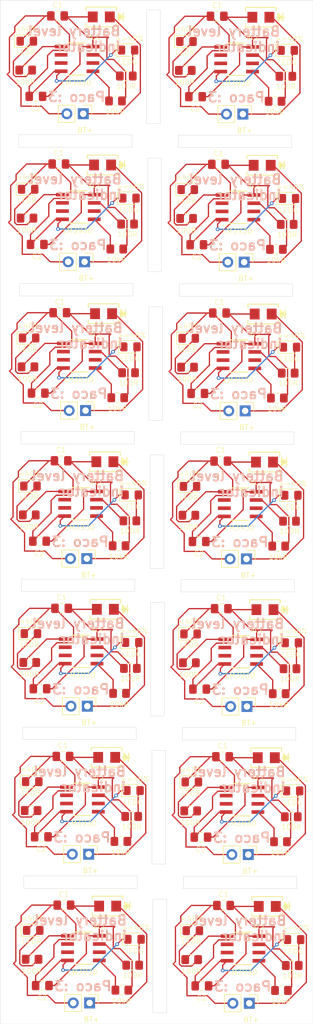
<source format=kicad_pcb>
(kicad_pcb (version 20240108) (generator "pcbnew") (generator_version "8.0")
  (layers (0 "F.Cu" signal) (31 "B.Cu" signal) (34 "B.Paste" user) (35 "F.Paste" user) (36 "B.SilkS" user "B.Silkscreen") (37 "F.SilkS" user "F.Silkscreen") (38 "B.Mask" user) (39 "F.Mask" user) (44 "Edge.Cuts" user))
  (net 0 "")
  (net 1 "Net-(D1-A)")
  (net 2 "Net-(D2-K)")
  (net 4 "Net-(D1-K)")
  (net 6 "Net-(D2-A)")
  (net 8 "Net-(D3-A)")
  (net 9 "Net-(U1-2OUT)")
  (net 10 "Net-(U1-1OUT)")
  (net 11 "Net-(U1-2IN+)")
  (footprint "SS14_Schottky:DO-214AC_VIS" (layer "F.Cu") (at 129.6162 154.9654 180)
    (property "Reference" "D1" (hide yes))
    (property "Value" "Schottky_Diode" (hide yes))
  )
  (footprint "LM393D:D8" (layer "F.Cu") (at 124.8664 23.876)
    (property "Reference" "U1" (hide yes))
    (property "Value" "LM393D")
  )
  (footprint "Capacitor_SMD:C_0805_2012Metric_Pad1.18x1.45mm_HandSolder" (layer "F.Cu") (at 119.1299 121.3358)
    (property "Reference" "C2")
    (property "Value" "Capacitor" (hide yes))
  )
  (footprint "LED_SMD:LED_0805_2012Metric_Pad1.15x1.40mm_HandSolder" (layer "F.Cu") (at 108.2458 45.3644)
    (property "Reference" "LEDG")
    (property "Value" "LED_Green" (hide yes))
  )
  (footprint "LED_SMD:LED_0805_2012Metric_Pad1.15x1.40mm_HandSolder" (layer "F.Cu") (at 93.336 158.6738)
    (property "Reference" "LEDR")
    (property "Value" "LED_Red" (hide yes))
  )
  (footprint "Connector_PinHeader_2.54mm:PinHeader_1x02_P2.54mm_Vertical" (layer "F.Cu") (at 101.092 32.3088 -90)
    (property "Reference" "J1" (hide yes))
    (property "Value" "BT+")
  )
  (footprint "LED_SMD:LED_0805_2012Metric_Pad1.15x1.40mm_HandSolder" (layer "F.Cu") (at 92.5486 43.9928)
    (property "Reference" "LEDR")
    (property "Value" "LED_Red" (hide yes))
  )
  (footprint "Capacitor_SMD:C_0805_2012Metric_Pad1.18x1.45mm_HandSolder" (layer "F.Cu") (at 97.1081 17.1704)
    (property "Reference" "C1")
    (property "Value" "Capacitor" (hide yes))
  )
  (footprint "SS14_Schottky:DO-214AC_VIS" (layer "F.Cu") (at 104.2416 63.246 180)
    (property "Reference" "D1" (hide yes))
    (property "Value" "Schottky_Diode" (hide yes))
  )
  (footprint "Resistor_SMD:R_0805_2012Metric_Pad1.20x1.40mm_HandSolder" (layer "F.Cu") (at 133.3406 141.097)
    (property "Reference" "100R")
    (property "Value" "100R" (hide yes))
  )
  (footprint "LM393D:D8" (layer "F.Cu") (at 100.965 138.4046)
    (property "Reference" "U1" (hide yes))
    (property "Value" "LM393D")
  )
  (footprint "Resistor_SMD:R_0805_2012Metric_Pad1.20x1.40mm_HandSolder" (layer "F.Cu") (at 106.0864 30.3276)
    (property "Reference" "10kR")
    (property "Value" "10kR" (hide yes))
  )
  (footprint "SS14_Schottky:DO-214AC_VIS" (layer "F.Cu") (at 104.4448 86.1568 180)
    (property "Reference" "D1" (hide yes))
    (property "Value" "Schottky_Diode" (hide yes))
  )
  (footprint "Resistor_SMD:R_0805_2012Metric_Pad1.20x1.40mm_HandSolder" (layer "F.Cu") (at 130.826 30.3784)
    (property "Reference" "10kR")
    (property "Value" "10kR" (hide yes))
  )
  (footprint "Resistor_SMD:R_0805_2012Metric_Pad1.20x1.40mm_HandSolder" (layer "F.Cu") (at 131.8166 167.9702)
    (property "Reference" "10kR")
    (property "Value" "10kR" (hide yes))
  )
  (footprint "LM393D:D8" (layer "F.Cu") (at 125.4252 92.71)
    (property "Reference" "U1" (hide yes))
    (property "Value" "LM393D")
  )
  (footprint "Connector_PinHeader_2.54mm:PinHeader_1x02_P2.54mm_Vertical" (layer "F.Cu") (at 101.9302 146.8882 -90)
    (property "Reference" "J1" (hide yes))
    (property "Value" "BT+")
  )
  (footprint "LM393D:D8" (layer "F.Cu") (at 100.6856 92.6592)
    (property "Reference" "U1" (hide yes))
    (property "Value" "LM393D")
  )
  (footprint "LED_SMD:LED_0805_2012Metric_Pad1.15x1.40mm_HandSolder" (layer "F.Cu") (at 133.7728 160.0962)
    (property "Reference" "LEDG")
    (property "Value" "LED_Green" (hide yes))
  )
  (footprint "LED_SMD:LED_0805_2012Metric_Pad1.15x1.40mm_HandSolder" (layer "F.Cu") (at 108.0426 22.4536)
    (property "Reference" "LEDG")
    (property "Value" "LED_Green" (hide yes))
  )
  (footprint "LED_SMD:LED_0805_2012Metric_Pad1.15x1.40mm_HandSolder" (layer "F.Cu") (at 117.9232 135.7122)
    (property "Reference" "LEDR")
    (property "Value" "LED_Red" (hide yes))
  )
  (footprint "Connector_PinHeader_2.54mm:PinHeader_1x02_P2.54mm_Vertical" (layer "F.Cu") (at 126.6698 146.939 -90)
    (property "Reference" "J1" (hide yes))
    (property "Value" "BT+")
  )
  (footprint "Capacitor_SMD:C_0805_2012Metric_Pad1.18x1.45mm_HandSolder" (layer "F.Cu") (at 118.6981 52.578)
    (property "Reference" "C2")
    (property "Value" "Capacitor" (hide yes))
  )
  (footprint "Connector_PinHeader_2.54mm:PinHeader_1x02_P2.54mm_Vertical" (layer "F.Cu") (at 126.3904 101.1936 -90)
    (property "Reference" "J1" (hide yes))
    (property "Value" "BT+")
  )
  (footprint "Resistor_SMD:R_0805_2012Metric_Pad1.20x1.40mm_HandSolder" (layer "F.Cu") (at 92.1672 25.5524)
    (property "Reference" "100R")
    (property "Value" "100R" (hide yes))
  )
  (footprint "LM393D:D8" (layer "F.Cu") (at 125.7046 138.4554)
    (property "Reference" "U1" (hide yes))
    (property "Value" "LM393D")
  )
  (footprint "Resistor_SMD:R_0805_2012Metric_Pad1.20x1.40mm_HandSolder" (layer "F.Cu") (at 131.6642 144.9578)
    (property "Reference" "10kR")
    (property "Value" "10kR" (hide yes))
  )
  (footprint "Connector_PinHeader_2.54mm:PinHeader_1x02_P2.54mm_Vertical" (layer "F.Cu") (at 101.727 123.9774 -90)
    (property "Reference" "J1" (hide yes))
    (property "Value" "BT+")
  )
  (footprint "Resistor_SMD:R_0805_2012Metric_Pad1.20x1.40mm_HandSolder" (layer "F.Cu") (at 131.0292 53.2892)
    (property "Reference" "10kR")
    (property "Value" "10kR" (hide yes))
  )
  (footprint "LM393D:D8" (layer "F.Cu") (at 125.222 69.7992)
    (property "Reference" "U1" (hide yes))
    (property "Value" "LM393D")
  )
  (footprint "Capacitor_SMD:C_0805_2012Metric_Pad1.18x1.45mm_HandSolder" (layer "F.Cu") (at 97.6669 86.0044)
    (property "Reference" "C1")
    (property "Value" "Capacitor" (hide yes))
  )
  (footprint "Resistor_SMD:R_0805_2012Metric_Pad1.20x1.40mm_HandSolder" (layer "F.Cu") (at 132.7056 49.4284)
    (property "Reference" "100R")
    (property "Value" "100R" (hide yes))
  )
  (footprint "Connector_PinHeader_2.54mm:PinHeader_1x02_P2.54mm_Vertical" (layer "F.Cu") (at 125.8316 32.3596 -90)
    (property "Reference" "J1" (hide yes))
    (property "Value" "BT+")
  )
  (footprint "Capacitor_SMD:C_0805_2012Metric_Pad1.18x1.45mm_HandSolder" (layer "F.Cu") (at 122.0509 40.132)
    (property "Reference" "C1")
    (property "Value" "Capacitor" (hide yes))
  )
  (footprint "LM393D:D8" (layer "F.Cu") (at 100.4824 69.7484)
    (property "Reference" "U1" (hide yes))
    (property "Value" "LM393D")
  )
  (footprint "SS14_Schottky:DO-214AC_VIS" (layer "F.Cu") (at 128.8288 40.2844 180)
    (property "Reference" "D1" (hide yes))
    (property "Value" "Schottky_Diode" (hide yes))
  )
  (footprint "Resistor_SMD:R_0805_2012Metric_Pad1.20x1.40mm_HandSolder" (layer "F.Cu") (at 133.1374 118.1862)
    (property "Reference" "100R")
    (property "Value" "100R" (hide yes))
  )
  (footprint "Resistor_SMD:R_0805_2012Metric_Pad1.20x1.40mm_HandSolder" (layer "F.Cu") (at 133.493 164.1094)
    (property "Reference" "100R")
    (property "Value" "100R" (hide yes))
  )
  (footprint "SS14_Schottky:DO-214AC_VIS" (layer "F.Cu") (at 104.0892 40.2336 180)
    (property "Reference" "D1" (hide yes))
    (property "Value" "Schottky_Diode" (hide yes))
  )
  (footprint "LED_SMD:LED_0805_2012Metric_Pad1.15x1.40mm_HandSolder" (layer "F.Cu") (at 108.3982 68.3768)
    (property "Reference" "LEDG")
    (property "Value" "LED_Green" (hide yes))
  )
  (footprint "LM393D:D8" (layer "F.Cu") (at 100.1268 23.8252)
    (property "Reference" "U1" (hide yes))
    (property "Value" "LM393D")
  )
  (footprint "LM393D:D8" (layer "F.Cu") (at 101.1174 161.417)
    (property "Reference" "U1" (hide yes))
    (property "Value" "LM393D")
  )
  (footprint "Connector_PinHeader_2.54mm:PinHeader_1x02_P2.54mm_Vertical" (layer "F.Cu") (at 126.4666 124.0282 -90)
    (property "Reference" "J1" (hide yes))
    (property "Value" "BT+")
  )
  (footprint "SS14_Schottky:DO-214AC_VIS" (layer "F.Cu") (at 128.6256 17.3736 180)
    (property "Reference" "D1" (hide yes))
    (property "Value" "Schottky_Diode" (hide yes))
  )
  (footprint "Resistor_SMD:R_0805_2012Metric_Pad1.20x1.40mm_HandSolder" (layer "F.Cu") (at 92.3704 48.4632)
    (property "Reference" "100R")
    (property "Value" "100R" (hide yes))
  )
  (footprint "Resistor_SMD:R_0805_2012Metric_Pad1.20x1.40mm_HandSolder" (layer "F.Cu") (at 93.0054 140.1318)
    (property "Reference" "100R")
    (property "Value" "100R" (hide yes))
  )
  (footprint "Resistor_SMD:R_0805_2012Metric_Pad1.20x1.40mm_HandSolder" (layer "F.Cu") (at 117.2624 71.5264)
    (property "Reference" "100R")
    (property "Value" "100R" (hide yes))
  )
  (footprint "Resistor_SMD:R_0805_2012Metric_Pad1.20x1.40mm_HandSolder" (layer "F.Cu") (at 131.3848 99.2124)
    (property "Reference" "10kR")
    (property "Value" "10kR" (hide yes))
  )
  (footprint "Capacitor_SMD:C_0805_2012Metric_Pad1.18x1.45mm_HandSolder" (layer "F.Cu") (at 119.0537 98.5012)
    (property "Reference" "C2")
    (property "Value" "Capacitor" (hide yes))
  )
  (footprint "Resistor_SMD:R_0805_2012Metric_Pad1.20x1.40mm_HandSolder" (layer "F.Cu") (at 108.3978 118.1354)
    (property "Reference" "100R")
    (property "Value" "100R" (hide yes))
  )
  (footprint "Capacitor_SMD:C_0805_2012Metric_Pad1.18x1.45mm_HandSolder" (layer "F.Cu") (at 97.3113 40.0812)
    (property "Reference" "C1")
    (property "Value" "Capacitor" (hide yes))
  )
  (footprint "Connector_PinHeader_2.54mm:PinHeader_1x02_P2.54mm_Vertical" (layer "F.Cu") (at 126.0348 55.2704 -90)
    (property "Reference" "J1" (hide yes))
    (property "Value" "BT+")
  )
  (footprint "LED_SMD:LED_0805_2012Metric_Pad1.15x1.40mm_HandSolder" (layer "F.Cu") (at 93.1836 135.6614)
    (property "Reference" "LEDR")
    (property "Value" "LED_Red" (hide yes))
  )
  (footprint "Resistor_SMD:R_0805_2012Metric_Pad1.20x1.40mm_HandSolder" (layer "F.Cu") (at 108.3216 95.3008)
    (property "Reference" "100R")
    (property "Value" "100R" (hide yes))
  )
  (footprint "Resistor_SMD:R_0805_2012Metric_Pad1.20x1.40mm_HandSolder" (layer "F.Cu") (at 92.8022 117.221)
    (property "Reference" "100R")
    (property "Value" "100R" (hide yes))
  )
  (footprint "Resistor_SMD:R_0805_2012Metric_Pad1.20x1.40mm_HandSolder" (layer "F.Cu") (at 131.461 122.047)
    (property "Reference" "10kR")
    (property "Value" "10kR" (hide yes))
  )
  (footprint "LED_SMD:LED_0805_2012Metric_Pad1.15x1.40mm_HandSolder" (layer "F.Cu") (at 133.1378 68.4276)
    (property "Reference" "LEDG")
    (property "Value" "LED_Green" (hide yes))
  )
  (footprint "Resistor_SMD:R_0805_2012Metric_Pad1.20x1.40mm_HandSolder" (layer "F.Cu") (at 132.858 72.4408)
    (property "Reference" "100R")
    (property "Value" "100R" (hide yes))
  )
  (footprint "Resistor_SMD:R_0805_2012Metric_Pad1.20x1.40mm_HandSolder" (layer "F.Cu") (at 107.966 49.3776)
    (property "Reference" "100R")
    (property "Value" "100R" (hide yes))
  )
  (footprint "LED_SMD:LED_0805_2012Metric_Pad1.15x1.40mm_HandSolder" (layer "F.Cu") (at 92.9804 112.7506)
    (property "Reference" "LEDR")
    (property "Value" "LED_Red" (hide yes))
  )
  (footprint "Resistor_SMD:R_0805_2012Metric_Pad1.20x1.40mm_HandSolder" (layer "F.Cu") (at 117.745 140.1826)
    (property "Reference" "100R")
    (property "Value" "100R" (hide yes))
  )
  (footprint "Capacitor_SMD:C_0805_2012Metric_Pad1.18x1.45mm_HandSolder" (layer "F.Cu") (at 94.1109 75.5396)
    (property "Reference" "C2")
    (property "Value" "Capacitor" (hide yes))
  )
  (footprint "Resistor_SMD:R_0805_2012Metric_Pad1.20x1.40mm_HandSolder" (layer "F.Cu") (at 117.8974 163.195)
    (property "Reference" "100R")
    (property "Value" "100R" (hide yes))
  )
  (footprint "LED_SMD:LED_0805_2012Metric_Pad1.15x1.40mm_HandSolder" (layer "F.Cu") (at 117.085 21.1328)
    (property "Reference" "LEDR")
    (property "Value" "LED_Red" (hide yes))
  )
  (footprint "SS14_Schottky:DO-214AC_VIS" (layer "F.Cu") (at 104.521 108.9914 180)
    (property "Reference" "D1" (hide yes))
    (property "Value" "Schottky_Diode" (hide yes))
  )
  (footprint "Resistor_SMD:R_0805_2012Metric_Pad1.20x1.40mm_HandSolder" (layer "F.Cu") (at 106.442 76.2508)
    (property "Reference" "10kR")
    (property "Value" "10kR" (hide yes))
  )
  (footprint "Capacitor_SMD:C_0805_2012Metric_Pad1.18x1.45mm_HandSolder" (layer "F.Cu") (at 118.8505 75.5904)
    (property "Reference" "C2")
    (property "Value" "Capacitor" (hide yes))
  )
  (footprint "SS14_Schottky:DO-214AC_VIS" (layer "F.Cu") (at 103.886 17.3228 180)
    (property "Reference" "D1" (hide yes))
    (property "Value" "Schottky_Diode" (hide yes))
  )
  (footprint "LED_SMD:LED_0805_2012Metric_Pad1.15x1.40mm_HandSolder" (layer "F.Cu") (at 92.701 67.0052)
    (property "Reference" "LEDR")
    (property "Value" "LED_Red" (hide yes))
  )
  (footprint "Capacitor_SMD:C_0805_2012Metric_Pad1.18x1.45mm_HandSolder" (layer "F.Cu") (at 97.9463 131.7498)
    (property "Reference" "C1")
    (property "Value" "Capacitor" (hide yes))
  )
  (footprint "Capacitor_SMD:C_0805_2012Metric_Pad1.18x1.45mm_HandSolder" (layer "F.Cu") (at 94.3141 98.4504)
    (property "Reference" "C2")
    (property "Value" "Capacitor" (hide yes))
  )
  (footprint "LED_SMD:LED_0805_2012Metric_Pad1.15x1.40mm_HandSolder" (layer "F.Cu") (at 133.341 91.3384)
    (property "Reference" "LEDG")
    (property "Value" "LED_Green" (hide yes))
  )
  (footprint "Resistor_SMD:R_0805_2012Metric_Pad1.20x1.40mm_HandSolder" (layer "F.Cu") (at 107.7628 26.4668)
    (property "Reference" "100R")
    (property "Value" "100R" (hide yes))
  )
  (footprint "LED_SMD:LED_0805_2012Metric_Pad1.15x1.40mm_HandSolder" (layer "F.Cu") (at 117.4406 67.056)
    (property "Reference" "LEDR")
    (property "Value" "LED_Red" (hide yes))
  )
  (footprint "LM393D:D8" (layer "F.Cu") (at 100.7618 115.4938)
    (property "Reference" "U1" (hide yes))
    (property "Value" "LM393D")
  )
  (footprint "LED_SMD:LED_0805_2012Metric_Pad1.15x1.40mm_HandSolder" (layer "F.Cu") (at 133.6204 137.0838)
    (property "Reference" "LEDG")
    (property "Value" "LED_Green" (hide yes))
  )
  (footprint "Resistor_SMD:R_0805_2012Metric_Pad1.20x1.40mm_HandSolder" (layer "F.Cu") (at 106.6452 99.1616)
    (property "Reference" "10kR")
    (property "Value" "10kR" (hide yes))
  )
  (footprint "Capacitor_SMD:C_0805_2012Metric_Pad1.18x1.45mm_HandSolder" (layer "F.Cu") (at 119.4855 167.259)
    (property "Reference" "C2")
    (property "Value" "Capacitor" (hide yes))
  )
  (footprint "LED_SMD:LED_0805_2012Metric_Pad1.15x1.40mm_HandSolder" (layer "F.Cu") (at 132.9854 45.4152)
    (property "Reference" "LEDG")
    (property "Value" "LED_Green" (hide yes))
  )
  (footprint "Connector_PinHeader_2.54mm:PinHeader_1x02_P2.54mm_Vertical" (layer "F.Cu") (at 126.1872 78.2828 -90)
    (property "Reference" "J1" (hide yes))
    (property "Value" "BT+")
  )
  (footprint "Resistor_SMD:R_0805_2012Metric_Pad1.20x1.40mm_HandSolder" (layer "F.Cu") (at 93.1578 163.1442)
    (property "Reference" "100R")
    (property "Value" "100R" (hide yes))
  )
  (footprint "LED_SMD:LED_0805_2012Metric_Pad1.15x1.40mm_HandSolder" (layer "F.Cu") (at 117.72 112.8014)
    (property "Reference" "LEDR")
    (property "Value" "LED_Red" (hide yes))
  )
  (footprint "LM393D:D8" (layer "F.Cu") (at 125.0696 46.7868)
    (property "Reference" "U1" (hide yes))
    (property "Value" "LM393D")
  )
  (footprint "Capacitor_SMD:C_0805_2012Metric_Pad1.18x1.45mm_HandSolder" (layer "F.Cu") (at 122.2033 63.1444)
    (property "Reference" "C1")
    (property "Value" "Capacitor" (hide yes))
  )
  (footprint "Resistor_SMD:R_0805_2012Metric_Pad1.20x1.40mm_HandSolder" (layer "F.Cu") (at 117.4656 94.4372)
    (property "Reference" "100R")
    (property "Value" "100R" (hide yes))
  )
  (footprint "Resistor_SMD:R_0805_2012Metric_Pad1.20x1.40mm_HandSolder" (layer "F.Cu") (at 92.726 94.3864)
    (property "Reference" "100R")
    (property "Value" "100R" (hide yes))
  )
  (footprint "SS14_Schottky:DO-214AC_VIS" (layer "F.Cu") (at 128.9812 63.2968 180)
    (property "Reference" "D1" (hide yes))
    (property "Value" "Schottky_Diode" (hide yes))
  )
  (footprint "Capacitor_SMD:C_0805_2012Metric_Pad1.18x1.45mm_HandSolder" (layer "F.Cu") (at 93.9585 52.5272)
    (property "Reference" "C2")
    (property "Value" "Capacitor" (hide yes))
  )
  (footprint "Resistor_SMD:R_0805_2012Metric_Pad1.20x1.40mm_HandSolder" (layer "F.Cu") (at 106.9246 144.907)
    (property "Reference" "10kR")
    (property "Value" "10kR" (hide yes))
  )
  (footprint "Resistor_SMD:R_0805_2012Metric_Pad1.20x1.40mm_HandSolder" (layer "F.Cu") (at 108.7534 164.0586)
    (property "Reference" "100R")
    (property "Value" "100R" (hide yes))
  )
  (footprint "Resistor_SMD:R_0805_2012Metric_Pad1.20x1.40mm_HandSolder" (layer "F.Cu") (at 117.11 48.514)
    (property "Reference" "100R")
    (property "Value" "100R" (hide yes))
  )
  (footprint "Capacitor_SMD:C_0805_2012Metric_Pad1.18x1.45mm_HandSolder" (layer "F.Cu") (at 94.7459 167.2082)
    (property "Reference" "C2")
    (property "Value" "Capacitor" (hide yes))
  )
  (footprint "SS14_Schottky:DO-214AC_VIS" (layer "F.Cu") (at 129.4638 131.953 180)
    (property "Reference" "D1" (hide yes))
    (property "Value" "Schottky_Diode" (hide yes))
  )
  (footprint "Connector_PinHeader_2.54mm:PinHeader_1x02_P2.54mm_Vertical" (layer "F.Cu") (at 102.0826 169.9006 -90)
    (property "Reference" "J1" (hide yes))
    (property "Value" "BT+")
  )
  (footprint "Resistor_SMD:R_0805_2012Metric_Pad1.20x1.40mm_HandSolder" (layer "F.Cu") (at 131.1816 76.3016)
    (property "Reference" "10kR")
    (property "Value" "10kR" (hide yes))
  )
  (footprint "Connector_PinHeader_2.54mm:PinHeader_1x02_P2.54mm_Vertical" (layer "F.Cu") (at 101.2952 55.2196 -90)
    (property "Reference" "J1" (hide yes))
    (property "Value" "BT+")
  )
  (footprint "Resistor_SMD:R_0805_2012Metric_Pad1.20x1.40mm_HandSolder" (layer "F.Cu") (at 107.077 167.9194)
    (property "Reference" "10kR")
    (property "Value" "10kR" (hide yes))
  )
  (footprint "Resistor_SMD:R_0805_2012Metric_Pad1.20x1.40mm_HandSolder" (layer "F.Cu") (at 133.0612 95.3516)
    (property "Reference" "100R")
    (property "Value" "100R" (hide yes))
  )
  (footprint "Capacitor_SMD:C_0805_2012Metric_Pad1.18x1.45mm_HandSolder" (layer "F.Cu") (at 98.0987 154.7622)
    (property "Reference" "C1")
    (property "Value" "Capacitor" (hide yes))
  )
  (footprint "Resistor_SMD:R_0805_2012Metric_Pad1.20x1.40mm_HandSolder" (layer "F.Cu") (at 132.5024 26.5176)
    (property "Reference" "100R")
    (property "Value" "100R" (hide yes))
  )
  (footprint "LED_SMD:LED_0805_2012Metric_Pad1.15x1.40mm_HandSolder" (layer "F.Cu") (at 92.9042 89.916)
    (property "Reference" "LEDR")
    (property "Value" "LED_Red" (hide yes))
  )
  (footprint "Resistor_SMD:R_0805_2012Metric_Pad1.20x1.40mm_HandSolder" (layer "F.Cu") (at 92.5228 71.4756)
    (property "Reference" "100R")
    (property "Value" "100R" (hide yes))
  )
  (footprint "Resistor_SMD:R_0805_2012Metric_Pad1.20x1.40mm_HandSolder" (layer "F.Cu") (at 106.7214 121.9962)
    (property "Reference" "10kR")
    (property "Value" "10kR" (hide yes))
  )
  (footprint "LED_SMD:LED_0805_2012Metric_Pad1.15x1.40mm_HandSolder" (layer "F.Cu") (at 109.0332 160.0454)
    (property "Reference" "LEDG")
    (property "Value" "LED_Green" (hide yes))
  )
  (footprint "LED_SMD:LED_0805_2012Metric_Pad1.15x1.40mm_HandSolder" (layer "F.Cu") (at 108.6776 114.1222)
    (property "Reference" "LEDG")
    (property "Value" "LED_Green" (hide yes))
  )
  (footprint "LED_SMD:LED_0805_2012Metric_Pad1.15x1.40mm_HandSolder" (layer "F.Cu") (at 132.7822 22.5044)
    (property "Reference" "LEDG")
    (property "Value" "LED_Green" (hide yes))
  )
  (footprint "Capacitor_SMD:C_0805_2012Metric_Pad1.18x1.45mm_HandSolder" (layer "F.Cu") (at 122.8383 154.813)
    (property "Reference" "C1")
    (property "Value" "Capacitor" (hide yes))
  )
  (footprint "Capacitor_SMD:C_0805_2012Metric_Pad1.18x1.45mm_HandSolder" (layer "F.Cu") (at 118.4949 29.6672)
    (property "Reference" "C2")
    (property "Value" "Capacitor" (hide yes))
  )
  (footprint "Capacitor_SMD:C_0805_2012Metric_Pad1.18x1.45mm_HandSolder" (layer "F.Cu") (at 93.7553 29.6164)
    (property "Reference" "C2")
    (property "Value" "Capacitor" (hide yes))
  )
  (footprint "Resistor_SMD:R_0805_2012Metric_Pad1.20x1.40mm_HandSolder" (layer "F.Cu") (at 108.1184 72.39)
    (property "Reference" "100R")
    (property "Value" "100R" (hide yes))
  )
  (footprint "LED_SMD:LED_0805_2012Metric_Pad1.15x1.40mm_HandSolder" (layer "F.Cu") (at 108.6014 91.2876)
    (property "Reference" "LEDG")
    (property "Value" "LED_Green" (hide yes))
  )
  (footprint "Connector_PinHeader_2.54mm:PinHeader_1x02_P2.54mm_Vertical" (layer "F.Cu") (at 126.8222 169.9514 -90)
    (property "Reference" "J1" (hide yes))
    (property "Value" "BT+")
  )
  (footprint "LED_SMD:LED_0805_2012Metric_Pad1.15x1.40mm_HandSolder" (layer "F.Cu") (at 117.6438 89.9668)
    (property "Reference" "LEDR")
    (property "Value" "LED_Red" (hide yes))
  )
  (footprint "LED_SMD:LED_0805_2012Metric_Pad1.15x1.40mm_HandSolder" (layer "F.Cu") (at 117.2882 44.0436)
    (property "Reference" "LEDR")
    (property "Value" "LED_Red" (hide yes))
  )
  (footprint "LED_SMD:LED_0805_2012Metric_Pad1.15x1.40mm_HandSolder" (layer "F.Cu") (at 92.3454 21.082)
    (property "Reference" "LEDR")
    (property "Value" "LED_Red" (hide yes))
  )
  (footprint "Resistor_SMD:R_0805_2012Metric_Pad1.20x1.40mm_HandSolder" (layer "F.Cu") (at 117.5418 117.2718)
    (property "Reference" "100R")
    (property "Value" "100R" (hide yes))
  )
  (footprint "Capacitor_SMD:C_0805_2012Metric_Pad1.18x1.45mm_HandSolder" (layer "F.Cu") (at 97.7431 108.839)
    (property "Reference" "C1")
    (property "Value" "Capacitor" (hide yes))
  )
  (footprint "LM393D:D8" (layer "F.Cu") (at 125.5014 115.5446)
    (property "Reference" "U1" (hide yes))
    (property "Value" "LM393D")
  )
  (footprint "Capacitor_SMD:C_0805_2012Metric_Pad1.18x1.45mm_HandSolder" (layer "F.Cu") (at 94.5935 144.1958)
    (property "Reference" "C2")
    (property "Value" "Capacitor" (hide yes))
  )
  (footprint "Connector_PinHeader_2.54mm:PinHeader_1x02_P2.54mm_Vertical" (layer "F.Cu") (at 101.6508 101.1428 -90)
    (property "Reference" "J1" (hide yes))
    (property "Value" "BT+")
  )
  (footprint "Capacitor_SMD:C_0805_2012Metric_Pad1.18x1.45mm_HandSolder" (layer "F.Cu") (at 94.3903 121.285)
    (property "Reference" "C2")
    (property "Value" "Capacitor" (hide yes))
  )
  (footprint "SS14_Schottky:DO-214AC_VIS" (layer "F.Cu") (at 104.8766 154.9146 180)
    (property "Reference" "D1" (hide yes))
    (property "Value" "Schottky_Diode" (hide yes))
  )
  (footprint "LM393D:D8" (layer "F.Cu") (at 125.857 161.4678)
    (property "Reference" "U1" (hide yes))
    (property "Value" "LM393D")
  )
  (footprint "Capacitor_SMD:C_0805_2012Metric_Pad1.18x1.45mm_HandSolder" (layer "F.Cu") (at 122.4065 86.0552)
    (property "Reference" "C1")
    (property "Value" "Capacitor" (hide yes))
  )
  (footprint "Capacitor_SMD:C_0805_2012Metric_Pad1.18x1.45mm_HandSolder" (layer "F.Cu") (at 122.6859 131.8006)
    (property "Reference" "C1")
    (property "Value" "Capacitor" (hide yes))
  )
  (footprint "Capacitor_SMD:C_0805_2012Metric_Pad1.18x1.45mm_HandSolder" (layer "F.Cu") (at 119.3331 144.2466)
    (property "Reference" "C2")
    (property "Value" "Capacitor" (hide yes))
  )
  (footprint "LM393D:D8" (layer "F.Cu") (at 100.33 46.736)
    (property "Reference" "U1" (hide yes))
    (property "Value" "LM393D")
  )
  (footprint "Resistor_SMD:R_0805_2012Metric_Pad1.20x1.40mm_HandSolder" (layer "F.Cu") (at 108.601 141.0462)
    (property "Reference" "100R")
    (property "Value" "100R" (hide yes))
  )
  (footprint "LED_SMD:LED_0805_2012Metric_Pad1.15x1.40mm_HandSolder" (layer "F.Cu") (at 133.4172 114.173)
    (property "Reference" "LEDG")
    (property "Value" "LED_Green" (hide yes))
  )
  (footprint "Connector_PinHeader_2.54mm:PinHeader_1x02_P2.54mm_Vertical" (layer "F.Cu") (at 101.4476 78.232 -90)
    (property "Reference" "J1" (hide yes))
    (property "Value" "BT+")
  )
  (footprint "SS14_Schottky:DO-214AC_VIS" (layer "F.Cu") (at 129.1844 86.2076 180)
    (property "Reference" "D1" (hide yes))
    (property "Value" "Schottky_Diode" (hide yes))
  )
  (footprint "Capacitor_SMD:C_0805_2012Metric_Pad1.18x1.45mm_HandSolder" (layer "F.Cu") (at 121.8477 17.2212)
    (property "Reference" "C1")
    (property "Value" "Capacitor" (hide yes))
  )
  (footprint "LED_SMD:LED_0805_2012Metric_Pad1.15x1.40mm_HandSolder" (layer "F.Cu") (at 108.8808 137.033)
    (property "Reference" "LEDG")
    (property "Value" "LED_Green" (hide yes))
  )
  (footprint "LED_SMD:LED_0805_2012Metric_Pad1.15x1.40mm_HandSolder" (layer "F.Cu") (at 118.0756 158.7246)
    (property "Reference" "LEDR")
    (property "Value" "LED_Red" (hide yes))
  )
  (footprint "Resistor_SMD:R_0805_2012Metric_Pad1.20x1.40mm_HandSolder" (layer "F.Cu") (at 106.2896 53.2384)
    (property "Reference" "10kR")
    (property "Value" "10kR" (hide yes))
  )
  (footprint "SS14_Schottky:DO-214AC_VIS" (layer "F.Cu") (at 104.7242 131.9022 180)
    (property "Reference" "D1" (hide yes))
    (property "Value" "Schottky_Diode" (hide yes))
  )
  (footprint "Capacitor_SMD:C_0805_2012Metric_Pad1.18x1.45mm_HandSolder" (layer "F.Cu") (at 122.4827 108.8898)
    (property "Reference" "C1")
    (property "Value" "Capacitor" (hide yes))
  )
  (footprint "Resistor_SMD:R_0805_2012Metric_Pad1.20x1.40mm_HandSolder" (layer "F.Cu") (at 116.9068 25.6032)
    (property "Reference" "100R")
    (property "Value" "100R" (hide yes))
  )
  (footprint "SS14_Schottky:DO-214AC_VIS" (layer "F.Cu") (at 129.2606 109.0422 180)
    (property "Reference" "D1" (hide yes))
    (property "Value" "Schottky_Diode" (hide yes))
  )
  (footprint "Capacitor_SMD:C_0805_2012Metric_Pad1.18x1.45mm_HandSolder" (layer "F.Cu") (at 97.4637 63.0936)
    (property "Reference" "C1")
    (property "Value" "Capacitor" (hide yes))
  )
  (gr_rect (start 111.252 62.1792) (end 113.3856 79.756) (stroke (width 0.05)) (fill none) (layer "Edge.Cuts"))
  (gr_rect (start 91.44 81.4832) (end 109.0168 83.4136) (stroke (width 0.05)) (fill none) (layer "Edge.Cuts"))
  (gr_rect (start 111.0996 39.1668) (end 113.2332 56.7436) (stroke (width 0.05)) (fill none) (layer "Edge.Cuts"))
  (gr_rect (start 116.1796 81.534) (end 133.7564 83.4644) (stroke (width 0.05)) (fill none) (layer "Edge.Cuts"))
  (gr_rect (start 111.5314 107.9246) (end 113.665 125.5014) (stroke (width 0.05)) (fill none) (layer "Edge.Cuts"))
  (gr_rect (start 91.0844 35.56) (end 108.6612 37.4904) (stroke (width 0.05)) (fill none) (layer "Edge.Cuts"))
  (gr_rect (start 115.824 35.6108) (end 133.4008 37.5412) (stroke (width 0.05)) (fill none) (layer "Edge.Cuts"))
  (gr_rect (start 110.8964 16.256) (end 113.03 33.8328) (stroke (width 0.05)) (fill none) (layer "Edge.Cuts"))
  (gr_rect (start 88.2142 14.732) (end 136.7028 173.1518) (stroke (width 0.05)) (fill none) (layer "Edge.Cuts"))
  (gr_rect (start 91.8718 150.241) (end 109.4486 152.1714) (stroke (width 0.05)) (fill none) (layer "Edge.Cuts"))
  (gr_rect (start 111.7346 130.8354) (end 113.8682 148.4122) (stroke (width 0.05)) (fill none) (layer "Edge.Cuts"))
  (gr_rect (start 91.2368 58.5724) (end 108.8136 60.5028) (stroke (width 0.05)) (fill none) (layer "Edge.Cuts"))
  (gr_rect (start 115.9764 58.6232) (end 133.5532 60.5536) (stroke (width 0.05)) (fill none) (layer "Edge.Cuts"))
  (gr_rect (start 116.459 127.2794) (end 134.0358 129.2098) (stroke (width 0.05)) (fill none) (layer "Edge.Cuts"))
  (gr_rect (start 111.887 153.8478) (end 114.0206 171.4246) (stroke (width 0.05)) (fill none) (layer "Edge.Cuts"))
  (gr_rect (start 116.6114 150.2918) (end 134.1882 152.2222) (stroke (width 0.05)) (fill none) (layer "Edge.Cuts"))
  (gr_rect (start 91.5162 104.3178) (end 109.093 106.2482) (stroke (width 0.05)) (fill none) (layer "Edge.Cuts"))
  (gr_rect (start 111.4552 85.09) (end 113.5888 102.6668) (stroke (width 0.05)) (fill none) (layer "Edge.Cuts"))
  (gr_rect (start 116.2558 104.3686) (end 133.8326 106.299) (stroke (width 0.05)) (fill none) (layer "Edge.Cuts"))
  (gr_rect (start 91.7194 127.2286) (end 109.2962 129.159) (stroke (width 0.05)) (fill none) (layer "Edge.Cuts"))
  (gr_text "Paco :3" (at 105.4862 145.161 0) (layer "B.SilkS") (effects (font (size 1.5 1.5) (thickness 0.3) (bold yes)) (justify left bottom mirror)))
  (gr_text "Battery level \nindicator" (at 131.7752 22.86 0) (layer "B.SilkS") (effects (font (size 1.5 1.5) (thickness 0.3) (bold yes)) (justify left bottom mirror)))
  (gr_text "Paco :3" (at 130.2258 145.2118 0) (layer "B.SilkS") (effects (font (size 1.5 1.5) (thickness 0.3) (bold yes)) (justify left bottom mirror)))
  (gr_text "Paco :3" (at 129.5908 53.5432 0) (layer "B.SilkS") (effects (font (size 1.5 1.5) (thickness 0.3) (bold yes)) (justify left bottom mirror)))
  (gr_text "Battery level \nindicator" (at 132.334 91.694 0) (layer "B.SilkS") (effects (font (size 1.5 1.5) (thickness 0.3) (bold yes)) (justify left bottom mirror)))
  (gr_text "Battery level \nindicator" (at 132.1308 68.7832 0) (layer "B.SilkS") (effects (font (size 1.5 1.5) (thickness 0.3) (bold yes)) (justify left bottom mirror)))
  (gr_text "Paco :3" (at 105.6386 168.1734 0) (layer "B.SilkS") (effects (font (size 1.5 1.5) (thickness 0.3) (bold yes)) (justify left bottom mirror)))
  (gr_text "Paco :3" (at 130.0226 122.301 0) (layer "B.SilkS") (effects (font (size 1.5 1.5) (thickness 0.3) (bold yes)) (justify left bottom mirror)))
  (gr_text "Battery level \nindicator" (at 107.2388 45.72 0) (layer "B.SilkS") (effects (font (size 1.5 1.5) (thickness 0.3) (bold yes)) (justify left bottom mirror)))
  (gr_text "Battery level \nindicator" (at 132.7658 160.4518 0) (layer "B.SilkS") (effects (font (size 1.5 1.5) (thickness 0.3) (bold yes)) (justify left bottom mirror)))
  (gr_text "Paco :3" (at 130.3782 168.2242 0) (layer "B.SilkS") (effects (font (size 1.5 1.5) (thickness 0.3) (bold yes)) (justify left bottom mirror)))
  (gr_text "Battery level \nindicator" (at 108.0262 160.401 0) (layer "B.SilkS") (effects (font (size 1.5 1.5) (thickness 0.3) (bold yes)) (justify left bottom mirror)))
  (gr_text "Paco :3" (at 104.8512 53.4924 0) (layer "B.SilkS") (effects (font (size 1.5 1.5) (thickness 0.3) (bold yes)) (justify left bottom mirror)))
  (gr_text "Battery level \nindicator" (at 107.3912 68.7324 0) (layer "B.SilkS") (effects (font (size 1.5 1.5) (thickness 0.3) (bold yes)) (justify left bottom mirror)))
  (gr_text "Paco :3" (at 105.0036 76.5048 0) (layer "B.SilkS") (effects (font (size 1.5 1.5) (thickness 0.3) (bold yes)) (justify left bottom mirror)))
  (gr_text "Paco :3" (at 129.7432 76.5556 0) (layer "B.SilkS") (effects (font (size 1.5 1.5) (thickness 0.3) (bold yes)) (justify left bottom mirror)))
  (gr_text "Battery level \nindicator" (at 132.6134 137.4394 0) (layer "B.SilkS") (effects (font (size 1.5 1.5) (thickness 0.3) (bold yes)) (justify left bottom mirror)))
  (gr_text "Battery level \nindicator" (at 107.5944 91.6432 0) (layer "B.SilkS") (effects (font (size 1.5 1.5) (thickness 0.3) (bold yes)) (justify left bottom mirror)))
  (gr_text "Paco :3" (at 105.2068 99.4156 0) (layer "B.SilkS") (effects (font (size 1.5 1.5) (thickness 0.3) (bold yes)) (justify left bottom mirror)))
  (gr_text "Battery level \nindicator" (at 107.6706 114.4778 0) (layer "B.SilkS") (effects (font (size 1.5 1.5) (thickness 0.3) (bold yes)) (justify left bottom mirror)))
  (gr_text "Battery level \nindicator" (at 131.9784 45.7708 0) (layer "B.SilkS") (effects (font (size 1.5 1.5) (thickness 0.3) (bold yes)) (justify left bottom mirror)))
  (gr_text "Battery level \nindicator" (at 107.8738 137.3886 0) (layer "B.SilkS") (effects (font (size 1.5 1.5) (thickness 0.3) (bold yes)) (justify left bottom mirror)))
  (gr_text "Paco :3" (at 129.3876 30.6324 0) (layer "B.SilkS") (effects (font (size 1.5 1.5) (thickness 0.3) (bold yes)) (justify left bottom mirror)))
  (gr_text "Paco :3" (at 129.9464 99.4664 0) (layer "B.SilkS") (effects (font (size 1.5 1.5) (thickness 0.3) (bold yes)) (justify left bottom mirror)))
  (gr_text "Battery level \nindicator" (at 107.0356 22.8092 0) (layer "B.SilkS") (effects (font (size 1.5 1.5) (thickness 0.3) (bold yes)) (justify left bottom mirror)))
  (gr_text "Paco :3" (at 104.648 30.5816 0) (layer "B.SilkS") (effects (font (size 1.5 1.5) (thickness 0.3) (bold yes)) (justify left bottom mirror)))
  (gr_text "Battery level \nindicator" (at 132.4102 114.5286 0) (layer "B.SilkS") (effects (font (size 1.5 1.5) (thickness 0.3) (bold yes)) (justify left bottom mirror)))
  (gr_text "Paco :3" (at 105.283 122.2502 0) (layer "B.SilkS") (effects (font (size 1.5 1.5) (thickness 0.3) (bold yes)) (justify left bottom mirror)))
  (gr_text ">=40%" (at 105.9688 21.1328 0) (layer "F.SilkS") (effects (font (size 0.8 0.8) (thickness 0.08)) (justify left bottom)))
  (gr_text "VCC" (at 101.9048 66.8528 0) (layer "F.SilkS") (effects (font (size 0.8 0.8) (thickness 0.08)) (justify left bottom)))
  (gr_text "<40%" (at 90.9828 88.4936 0) (layer "F.SilkS") (effects (font (size 0.8 0.8) (thickness 0.08)) (justify left bottom)))
  (gr_text "<40%" (at 91.4146 157.2514 0) (layer "F.SilkS") (effects (font (size 0.8 0.8) (thickness 0.08)) (justify left bottom)))
  (gr_text "<40%" (at 90.6272 42.5704 0) (layer "F.SilkS") (effects (font (size 0.8 0.8) (thickness 0.08)) (justify left bottom)))
  (gr_text "<40%" (at 90.424 19.6596 0) (layer "F.SilkS") (effects (font (size 0.8 0.8) (thickness 0.08)) (justify left bottom)))
  (gr_text ">=40%" (at 130.9116 44.0944 0) (layer "F.SilkS") (effects (font (size 0.8 0.8) (thickness 0.08)) (justify left bottom)))
  (gr_text ">=40%" (at 131.3434 112.8522 0) (layer "F.SilkS") (effects (font (size 0.8 0.8) (thickness 0.08)) (justify left bottom)))
  (gr_text "<40%" (at 115.3668 42.6212 0) (layer "F.SilkS") (effects (font (size 0.8 0.8) (thickness 0.08)) (justify left bottom)))
  (gr_text "<40%" (at 90.7796 65.5828 0) (layer "F.SilkS") (effects (font (size 0.8 0.8) (thickness 0.08)) (justify left bottom)))
  (gr_text "VCC" (at 102.3874 135.509 0) (layer "F.SilkS") (effects (font (size 0.8 0.8) (thickness 0.08)) (justify left bottom)))
  (gr_text "<40%" (at 116.0018 134.2898 0) (layer "F.SilkS") (effects (font (size 0.8 0.8) (thickness 0.08)) (justify left bottom)))
  (gr_text ">=40%" (at 106.172 44.0436 0) (layer "F.SilkS") (effects (font (size 0.8 0.8) (thickness 0.08)) (justify left bottom)))
  (gr_text ">=40%" (at 106.5276 89.9668 0) (layer "F.SilkS") (effects (font (size 0.8 0.8) (thickness 0.08)) (justify left bottom)))
  (gr_text "<40%" (at 115.7986 111.379 0) (layer "F.SilkS") (effects (font (size 0.8 0.8) (thickness 0.08)) (justify left bottom)))
  (gr_text "<40%" (at 115.5192 65.6336 0) (layer "F.SilkS") (effects (font (size 0.8 0.8) (thickness 0.08)) (justify left bottom)))
  (gr_text "<40%" (at 91.059 111.3282 0) (layer "F.SilkS") (effects (font (size 0.8 0.8) (thickness 0.08)) (justify left bottom)))
  (gr_text ">=40%" (at 130.7084 21.1836 0) (layer "F.SilkS") (effects (font (size 0.8 0.8) (thickness 0.08)) (justify left bottom)))
  (gr_text "VCC" (at 126.492 43.8912 0) (layer "F.SilkS") (effects (font (size 0.8 0.8) (thickness 0.08)) (justify left bottom)))
  (gr_text ">=40%" (at 106.807 135.7122 0) (layer "F.SilkS") (effects (font (size 0.8 0.8) (thickness 0.08)) (justify left bottom)))
  (gr_text "VCC" (at 101.7524 43.8404 0) (layer "F.SilkS") (effects (font (size 0.8 0.8) (thickness 0.08)) (justify left bottom)))
  (gr_text "VCC" (at 102.5398 158.5214 0) (layer "F.SilkS") (effects (font (size 0.8 0.8) (thickness 0.08)) (justify left bottom)))
  (gr_text ">=40%" (at 131.064 67.1068 0) (layer "F.SilkS") (effects (font (size 0.8 0.8) (thickness 0.08)) (justify left bottom)))
  (gr_text "VCC" (at 102.1842 112.5982 0) (layer "F.SilkS") (effects (font (size 0.8 0.8) (thickness 0.08)) (justify left bottom)))
  (gr_text "<40%" (at 91.2622 134.239 0) (layer "F.SilkS") (effects (font (size 0.8 0.8) (thickness 0.08)) (justify left bottom)))
  (gr_text ">=40%" (at 131.5466 135.763 0) (layer "F.SilkS") (effects (font (size 0.8 0.8) (thickness 0.08)) (justify left bottom)))
  (gr_text ">=40%" (at 106.3244 67.056 0) (layer "F.SilkS") (effects (font (size 0.8 0.8) (thickness 0.08)) (justify left bottom)))
  (gr_text "<40%" (at 116.1542 157.3022 0) (layer "F.SilkS") (effects (font (size 0.8 0.8) (thickness 0.08)) (justify left bottom)))
  (gr_text "VCC" (at 102.108 89.7636 0) (layer "F.SilkS") (effects (font (size 0.8 0.8) (thickness 0.08)) (justify left bottom)))
  (gr_text "VCC" (at 126.2888 20.9804 0) (layer "F.SilkS") (effects (font (size 0.8 0.8) (thickness 0.08)) (justify left bottom)))
  (gr_text "VCC" (at 127.127 135.5598 0) (layer "F.SilkS") (effects (font (size 0.8 0.8) (thickness 0.08)) (justify left bottom)))
  (gr_text "VCC" (at 127.2794 158.5722 0) (layer "F.SilkS") (effects (font (size 0.8 0.8) (thickness 0.08)) (justify left bottom)))
  (gr_text "VCC" (at 101.5492 20.9296 0) (layer "F.SilkS") (effects (font (size 0.8 0.8) (thickness 0.08)) (justify left bottom)))
  (gr_text "VCC" (at 126.8476 89.8144 0) (layer "F.SilkS") (effects (font (size 0.8 0.8) (thickness 0.08)) (justify left bottom)))
  (gr_text "<40%" (at 115.1636 19.7104 0) (layer "F.SilkS") (effects (font (size 0.8 0.8) (thickness 0.08)) (justify left bottom)))
  (gr_text ">=40%" (at 106.9594 158.7246 0) (layer "F.SilkS") (effects (font (size 0.8 0.8) (thickness 0.08)) (justify left bottom)))
  (gr_text "VCC" (at 126.6444 66.9036 0) (layer "F.SilkS") (effects (font (size 0.8 0.8) (thickness 0.08)) (justify left bottom)))
  (gr_text ">=40%" (at 106.6038 112.8014 0) (layer "F.SilkS") (effects (font (size 0.8 0.8) (thickness 0.08)) (justify left bottom)))
  (gr_text "VCC" (at 126.9238 112.649 0) (layer "F.SilkS") (effects (font (size 0.8 0.8) (thickness 0.08)) (justify left bottom)))
  (gr_text ">=40%" (at 131.699 158.7754 0) (layer "F.SilkS") (effects (font (size 0.8 0.8) (thickness 0.08)) (justify left bottom)))
  (gr_text ">=40%" (at 131.2672 90.0176 0) (layer "F.SilkS") (effects (font (size 0.8 0.8) (thickness 0.08)) (justify left bottom)))
  (gr_text "<40%" (at 115.7224 88.5444 0) (layer "F.SilkS") (effects (font (size 0.8 0.8) (thickness 0.08)) (justify left bottom)))
  (segment (start 105.8418 135.0518) (end 105.5974 135.2962) (width 0.2) (layer "F.Cu") (net 1))
  (segment (start 108.2978 121.4198) (end 107.7214 121.9962) (width 0.2) (layer "F.Cu") (net 1))
  (segment (start 132.4024 25.832856) (end 132.4024 29.802) (width 0.2) (layer "F.Cu") (net 1))
  (segment (start 95.85 52.5272) (end 100.7872 47.59) (width 0.2) (layer "F.Cu") (net 1))
  (segment (start 103.124 86.1568) (end 98.8568 86.1568) (width 0.2) (layer "F.Cu") (net 1))
  (segment (start 126.3142 159.7406) (end 126.4666 159.7406) (width 0.2) (layer "F.Cu") (net 1))
  (segment (start 101.2952 90.932) (end 101.473 90.7542) (width 0.2) (layer "F.Cu") (net 1))
  (segment (start 101.1428 93.5132) (end 101.1428 90.932) (width 0.2) (layer "F.Cu") (net 1))
  (segment (start 119.888 75.5904) (end 120.742 75.5904) (width 0.2) (layer "F.Cu") (net 1))
  (segment (start 99.2886 154.9146) (end 99.1362 154.7622) (width 0.2) (layer "F.Cu") (net 1))
  (segment (start 127.6096 20.5232) (end 129.7432 20.5232) (width 0.2) (layer "F.Cu") (net 1))
  (segment (start 105.0036 20.4724) (end 104.7592 20.7168) (width 0.2) (layer "F.Cu") (net 1))
  (segment (start 95.4278 121.285) (end 96.2818 121.285) (width 0.2) (layer "F.Cu") (net 1))
  (segment (start 103.2256 113.5888) (end 103.2256 112.4204) (width 0.2) (layer "F.Cu") (net 1))
  (segment (start 107.6628 25.782056) (end 107.6628 29.7512) (width 0.2) (layer "F.Cu") (net 1))
  (segment (start 130.873458 69.871514) (end 132.758 71.756056) (width 0.2) (layer "F.Cu") (net 1))
  (segment (start 132.758 75.7252) (end 132.1816 76.3016) (width 0.2) (layer "F.Cu") (net 1))
  (segment (start 130.0988 66.4464) (end 129.8544 66.6908) (width 0.2) (layer "F.Cu") (net 1))
  (segment (start 133.2406 144.3814) (end 132.6642 144.9578) (width 0.2) (layer "F.Cu") (net 1))
  (segment (start 123.840071 108.8898) (end 127.142071 112.1918) (width 0.2) (layer "F.Cu") (net 1))
  (segment (start 123.408271 40.132) (end 126.710271 43.434) (width 0.2) (layer "F.Cu") (net 1))
  (segment (start 127.6858 67.8942) (end 127.6858 66.7258) (width 0.2) (layer "F.Cu") (net 1))
  (segment (start 96.6374 167.2082) (end 101.5746 162.271) (width 0.2) (layer "F.Cu") (net 1))
  (segment (start 96.485 144.1958) (end 101.4222 139.2586) (width 0.2) (layer "F.Cu") (net 1))
  (segment (start 132.9612 94.666856) (end 132.9612 98.636) (width 0.2) (layer "F.Cu") (net 1))
  (segment (start 120.5896 52.578) (end 125.5268 47.6408) (width 0.2) (layer "F.Cu") (net 1))
  (segment (start 108.2216 94.616056) (end 108.2216 98.5852) (width 0.2) (layer "F.Cu") (net 1))
  (segment (start 126.2888 113.6396) (end 127.9652 113.6396) (width 0.2) (layer "F.Cu") (net 1))
  (segment (start 103.1494 89.5858) (end 103.4288 89.3064) (width 0.2) (layer "F.Cu") (net 1))
  (segment (start 104.9624 46.808314) (end 105.981458 46.808314) (width 0.2) (layer "F.Cu") (net 1))
  (segment (start 123.6726 109.0422) (end 123.5202 108.8898) (width 0.2) (layer "F.Cu") (net 1))
  (segment (start 129.4988 23.948314) (end 130.517858 23.948314) (width 0.2) (layer "F.Cu") (net 1))
  (segment (start 105.9942 158.0642) (end 105.7498 158.3086) (width 0.2) (layer "F.Cu") (net 1))
  (segment (start 100.9142 21.9202) (end 102.5906 21.9202) (width 0.2) (layer "F.Cu") (net 1))
  (segment (start 102.9208 63.246) (end 98.6536 63.246) (width 0.2) (layer "F.Cu") (net 1))
  (segment (start 101.1174 44.831) (end 102.7938 44.831) (width 0.2) (layer "F.Cu") (net 1))
  (segment (start 120.742 75.5904) (end 125.6792 70.6532) (width 0.2) (layer "F.Cu") (net 1))
  (segment (start 101.767471 20.4724) (end 102.87 20.4724) (width 0.2) (layer "F.Cu") (net 1))
  (segment (start 105.318 89.5508) (end 105.318 92.731514) (width 0.2) (layer "F.Cu") (net 1))
  (segment (start 103.2256 66.3956) (end 105.3592 66.3956) (width 0.2) (layer "F.Cu") (net 1))
  (segment (start 123.0884 40.132) (end 123.408271 40.132) (width 0.2) (layer "F.Cu") (net 1))
  (segment (start 129.4988 20.7676) (end 129.4988 23.948314) (width 0.2) (layer "F.Cu") (net 1))
  (segment (start 126.507071 20.5232) (end 127.6096 20.5232) (width 0.2) (layer "F.Cu") (net 1))
  (segment (start 125.8316 68.072) (end 126.0094 67.8942) (width 0.2) (layer "F.Cu") (net 1))
  (segment (start 107.866 48.692856) (end 107.866 52.662) (width 0.2) (layer "F.Cu") (net 1))
  (segment (start 100.7872 47.59) (end 100.7872 45.0088) (width 0.2) (layer "F.Cu") (net 1))
  (segment (start 103.4288 89.3064) (end 105.5624 89.3064) (width 0.2) (layer "F.Cu") (net 1))
  (segment (start 108.6534 163.373856) (end 108.6534 167.343) (width 0.2) (layer "F.Cu") (net 1))
  (segment (start 130.4894 161.540114) (end 131.508458 161.540114) (width 0.2) (layer "F.Cu") (net 1))
  (segment (start 102.7684 40.2336) (end 98.5012 40.2336) (width 0.2) (layer "F.Cu") (net 1))
  (segment (start 127.6604 63.2968) (end 123.3932 63.2968) (width 0.2) (layer "F.Cu") (net 1))
  (segment (start 120.0912 98.5012) (end 120.9452 98.5012) (width 0.2) (layer "F.Cu") (net 1))
  (segment (start 99.456071 154.7622) (end 102.758071 158.0642) (width 0.2) (layer "F.Cu") (net 1))
  (segment (start 98.5012 40.2336) (end 98.3488 40.0812) (width 0.2) (layer "F.Cu") (net 1))
  (segment (start 128.6002 158.115) (end 130.7338 158.115) (width 0.2) (layer "F.Cu") (net 1))
  (segment (start 108.501 140.361456) (end 108.501 144.3306) (width 0.2) (layer "F.Cu") (net 1))
  (segment (start 122.8852 17.526) (end 122.8852 17.2212) (width 0.2) (layer "F.Cu") (net 1))
  (segment (start 103.2002 108.9914) (end 98.933 108.9914) (width 0.2) (layer "F.Cu") (net 1))
  (segment (start 127.3302 21.971) (end 127.3302 20.8026) (width 0.2) (layer "F.Cu") (net 1))
  (segment (start 126.1618 136.7282) (end 126.3142 136.7282) (width 0.2) (layer "F.Cu") (net 1))
  (segment (start 126.492 136.5504) (end 128.1684 136.5504) (width 0.2) (layer "F.Cu") (net 1))
  (segment (start 126.111 113.8174) (end 126.2888 113.6396) (width 0.2) (layer "F.Cu") (net 1))
  (segment (start 128.4478 135.1026) (end 130.5814 135.1026) (width 0.2) (layer "F.Cu") (net 1))
  (segment (start 129.9464 43.434) (end 129.702 43.6784) (width 0.2) (layer "F.Cu") (net 1))
  (segment (start 123.444 86.0552) (end 123.763871 86.0552) (width 0.2) (layer "F.Cu") (net 1))
  (segment (start 125.857 44.8818) (end 127.5334 44.8818) (width 0.2) (layer "F.Cu") (net 1))
  (segment (start 129.8544 66.6908) (end 129.8544 69.871514) (width 0.2) (layer "F.Cu") (net 1))
  (segment (start 99.1362 154.7622) (end 99.456071 154.7622) (width 0.2) (layer "F.Cu") (net 1))
  (segment (start 130.1338 115.616914) (end 131.152858 115.616914) (width 0.2) (layer "F.Cu") (net 1))
  (segment (start 125.9586 116.3986) (end 125.9586 113.8174) (width 0.2) (layer "F.Cu") (net 1))
  (segment (start 128.2954 154.9654) (end 124.0282 154.9654) (width 0.2) (layer "F.Cu") (net 1))
  (segment (start 125.9586 113.8174) (end 126.111 113.8174) (width 0.2) (layer "F.Cu") (net 1))
  (segment (start 127.5334 43.7134) (end 127.8128 43.434) (width 0.2) (layer "F.Cu") (net 1))
  (segment (start 125.6792 70.6532) (end 125.6792 68.072) (width 0.2) (layer "F.Cu") (net 1))
  (segment (start 105.7498 158.3086) (end 105.7498 161.489314) (width 0.2) (layer "F.Cu") (net 1))
  (segment (start 127.497671 158.115) (end 128.6002 158.115) (width 0.2) (layer "F.Cu") (net 1))
  (segment (start 103.505 112.141) (end 105.6386 112.141) (width 0.2) (layer "F.Cu") (net 1))
  (segment (start 95.3516 98.4504) (end 96.2056 98.4504) (width 0.2) (layer "F.Cu") (net 1))
  (segment (start 104.7592 23.897514) (end 105.778258 23.897514) (width 0.2) (layer "F.Cu") (net 1))
  (segment (start 101.219 116.3478) (end 101.219 113.7666) (width 0.2) (layer "F.Cu") (net 1))
  (segment (start 130.3782 112.1918) (end 130.1338 112.4362) (width 0.2) (layer "F.Cu") (net 1))
  (segment (start 123.205071 17.2212) (end 126.507071 20.5232) (width 0.2) (layer "F.Cu") (net 1))
  (segment (start 108.2978 117.450656) (end 108.2978 121.4198) (width 0.2) (layer "F.Cu") (net 1))
  (segment (start 101.1428 90.932) (end 101.2952 90.932) (width 0.2) (layer "F.Cu") (net 1))
  (segment (start 123.5202 109.1946) (end 123.5202 108.8898) (width 0.2) (layer "F.Cu") (net 1))
  (segment (start 130.337 138.527714) (end 131.356058 138.527714) (width 0.2) (layer "F.Cu") (net 1))
  (segment (start 102.605671 135.0518) (end 103.7082 135.0518) (width 0.2) (layer "F.Cu") (net 1))
  (segment (start 103.4288 136.4996) (end 103.4288 135.3312) (width 0.2) (layer "F.Cu") (net 1))
  (segment (start 101.4222 136.6774) (end 101.5746 136.6774) (width 0.2) (layer "F.Cu") (net 1))
  (segment (start 125.8824 90.9828) (end 126.0348 90.9828) (width 0.2) (layer "F.Cu") (net 1))
  (segment (start 132.6056 48.743656) (end 132.6056 52.7128) (width 0.2) (layer "F.Cu") (net 1))
  (segment (start 125.3236 24.73) (end 125.3236 22.1488) (width 0.2) (layer "F.Cu") (net 1))
  (segment (start 125.5268 47.6408) (end 125.5268 45.0596) (width 0.2) (layer "F.Cu") (net 1))
  (segment (start 123.2408 63.1444) (end 123.560671 63.1444) (width 0.2) (layer "F.Cu") (net 1))
  (segment (start 106.133858 69.820714) (end 108.0184 71.705256) (width 0.2) (layer "F.Cu") (net 1))
  (segment (start 126.0348 90.9828) (end 126.2126 90.805) (width 0.2) (layer "F.Cu") (net 1))
  (segment (start 98.668671 40.0812) (end 101.970671 43.3832) (width 0.2) (layer "F.Cu") (net 1))
  (segment (start 99.1362 131.9022) (end 98.9838 131.7498) (width 0.2) (layer "F.Cu") (net 1))
  (segment (start 95.6468 29.6164) (end 100.584 24.6792) (width 0.2) (layer "F.Cu") (net 1))
  (segment (start 95.631 144.1958) (end 96.485 144.1958) (width 0.2) (layer "F.Cu") (net 1))
  (segment (start 108.0184 71.705256) (end 108.0184 75.6744) (width 0.2) (layer "F.Cu") (net 1))
  (segment (start 98.5012 63.3984) (end 98.5012 63.0936) (width 0.2) (layer "F.Cu") (net 1))
  (segment (start 130.0576 89.6016) (end 130.0576 92.782314) (width 0.2) (layer "F.Cu") (net 1))
  (segment (start 127.508 40.2844) (end 123.2408 40.2844) (width 0.2) (layer "F.Cu") (net 1))
  (segment (start 126.4666 159.7406) (end 126.6444 159.5628) (width 0.2) (layer "F.Cu") (net 1))
  (segment (start 106.337058 92.731514) (end 108.2216 94.616056) (width 0.2) (layer "F.Cu") (net 1))
  (segment (start 107.866 52.662) (end 107.2896 53.2384) (width 0.2) (layer "F.Cu") (net 1))
  (segment (start 128.3208 159.5628) (end 128.3208 158.3944) (width 0.2) (layer "F.Cu") (net 1))
  (segment (start 101.5492 113.5888) (end 103.2256 113.5888) (width 0.2) (layer "F.Cu") (net 1))
  (segment (start 102.9462 66.675) (end 103.2256 66.3956) (width 0.2) (layer "F.Cu") (net 1))
  (segment (start 105.6386 112.141) (end 105.3942 112.3854) (width 0.2) (layer "F.Cu") (net 1))
  (segment (start 119.7356 52.578) (end 120.5896 52.578) (width 0.2) (layer "F.Cu") (net 1))
  (segment (start 100.9396 70.6024) (end 100.9396 68.0212) (width 0.2) (layer "F.Cu") (net 1))
  (segment (start 102.402471 112.141) (end 103.505 112.141) (width 0.2) (layer "F.Cu") (net 1))
  (segment (start 108.2216 98.5852) (end 107.6452 99.1616) (width 0.2) (layer "F.Cu") (net 1))
  (segment (start 124.195671 154.813) (end 127.497671 158.115) (width 0.2) (layer "F.Cu") (net 1))
  (segment (start 101.5746 162.271) (end 101.5746 159.6898) (width 0.2) (layer "F.Cu") (net 1))
  (segment (start 126.6444 159.5628) (end 128.3208 159.5628) (width 0.2) (layer "F.Cu") (net 1))
  (segment (start 125.476 22.1488) (end 125.6538 21.971) (width 0.2) (layer "F.Cu") (net 1))
  (segment (start 123.444 86.36) (end 123.444 86.0552) (width 0.2) (layer "F.Cu") (net 1))
  (segment (start 124.043271 131.8006) (end 127.345271 135.1026) (width 0.2) (layer "F.Cu") (net 1))
  (segment (start 98.3488 40.0812) (end 98.668671 40.0812) (width 0.2) (layer "F.Cu") (net 1))
  (segment (start 103.4034 131.9022) (end 99.1362 131.9022) (width 0.2) (layer "F.Cu") (net 1))
  (segment (start 103.5812 158.3436) (end 103.8606 158.0642) (width 0.2) (layer "F.Cu") (net 1))
  (segment (start 101.9048 159.512) (end 103.5812 159.512) (width 0.2) (layer "F.Cu") (net 1))
  (segment (start 121.377 167.259) (end 126.3142 162.3218) (width 0.2) (layer "F.Cu") (net 1))
  (segment (start 105.3942 115.566114) (end 106.413258 115.566114) (width 0.2) (layer "F.Cu") (net 1))
  (segment (start 127.9652 112.4712) (end 128.2446 112.1918) (width 0.2) (layer "F.Cu") (net 1))
  (segment (start 102.5906 21.9202) (end 102.5906 20.7518) (width 0.2) (layer "F.Cu") (net 1))
  (segment (start 120.3864 29.6672) (end 125.3236 24.73) (width 0.2) (layer "F.Cu") (net 1))
  (segment (start 128.143 131.953) (end 123.8758 131.953) (width 0.2) (layer "F.Cu") (net 1))
  (segment (start 127.9652 113.6396) (end 127.9652 112.4712) (width 0.2) (layer "F.Cu") (net 1))
  (segment (start 123.8758 155.1178) (end 123.8758 154.813) (width 0.2) (layer "F.Cu") (net 1))
  (segment (start 127.3302 20.8026) (end 127.6096 20.5232) (width 0.2) (layer "F.Cu") (net 1))
  (segment (start 133.393 167.3938) (end 132.8166 167.9702) (width 0.2) (layer "F.Cu") (net 1))
  (segment (start 105.778258 23.897514) (end 107.6628 25.782056) (width 0.2) (layer "F.Cu") (net 1))
  (segment (start 127.5334 44.8818) (end 127.5334 43.7134) (width 0.2) (layer "F.Cu") (net 1))
  (segment (start 123.8758 154.813) (end 124.195671 154.813) (width 0.2) (layer "F.Cu") (net 1))
  (segment (start 98.5012 63.0936) (end 98.821071 63.0936) (width 0.2) (layer "F.Cu") (net 1))
  (segment (start 128.1684 135.382) (end 128.4478 135.1026) (width 0.2) (layer "F.Cu") (net 1))
  (segment (start 127.889 90.805) (end 127.889 89.6366) (width 0.2) (layer "F.Cu") (net 1))
  (segment (start 96.2818 121.285) (end 101.219 116.3478) (width 0.2) (layer "F.Cu") (net 1))
  (segment (start 98.1456 17.4752) (end 98.1456 17.1704) (width 0.2) (layer "F.Cu") (net 1))
  (segment (start 98.3488 40.386) (end 98.3488 40.0812) (width 0.2) (layer "F.Cu") (net 1))
  (segment (start 120.3706 144.2466) (end 121.2246 144.2466) (width 0.2) (layer "F.Cu") (net 1))
  (segment (start 105.981458 46.808314) (end 107.866 48.692856) (width 0.2) (layer "F.Cu") (net 1))
  (segment (start 104.9624 43.6276) (end 104.9624 46.808314) (width 0.2) (layer "F.Cu") (net 1))
  (segment (start 122.8852 17.2212) (end 123.205071 17.2212) (width 0.2) (layer "F.Cu") (net 1))
  (segment (start 105.5974 138.476914) (end 106.616458 138.476914) (width 0.2) (layer "F.Cu") (net 1))
  (segment (start 120.523 167.259) (end 121.377 167.259) (width 0.2) (layer "F.Cu") (net 1))
  (segment (start 131.508458 161.540114) (end 133.393 163.424656) (width 0.2) (layer "F.Cu") (net 1))
  (segment (start 123.560671 63.1444) (end 126.862671 66.4464) (width 0.2) (layer "F.Cu") (net 1))
  (segment (start 108.501 144.3306) (end 107.9246 144.907) (width 0.2) (layer "F.Cu") (net 1))
  (segment (start 130.302 89.3572) (end 130.0576 89.6016) (width 0.2) (layer "F.Cu") (net 1))
  (segment (start 98.7044 86.3092) (end 98.7044 86.0044) (width 0.2) (layer "F.Cu") (net 1))
  (segment (start 101.970671 43.3832) (end 103.0732 43.3832) (width 0.2) (layer "F.Cu") (net 1))
  (segment (start 130.5814 135.1026) (end 130.337 135.347) (width 0.2) (layer "F.Cu") (net 1))
  (segment (start 105.1148 66.64) (end 105.1148 69.820714) (width 0.2) (layer "F.Cu") (net 1))
  (segment (start 101.3714 113.7666) (end 101.5492 113.5888) (width 0.2) (layer "F.Cu") (net 1))
  (segment (start 107.6628 29.7512) (end 107.0864 30.3276) (width 0.2) (layer "F.Cu") (net 1))
  (segment (start 125.8824 93.564) (end 125.8824 90.9828) (width 0.2) (layer "F.Cu") (net 1))
  (segment (start 121.2246 144.2466) (end 126.1618 139.3094) (width 0.2) (layer "F.Cu") (net 1))
  (segment (start 123.0376 17.3736) (end 122.8852 17.2212) (width 0.2) (layer "F.Cu") (net 1))
  (segment (start 98.933 108.9914) (end 98.7806 108.839) (width 0.2) (layer "F.Cu") (net 1))
  (segment (start 131.152858 115.616914) (end 133.0374 117.501456) (width 0.2) (layer "F.Cu") (net 1))
  (segment (start 123.0884 40.4368) (end 123.0884 40.132) (width 0.2) (layer "F.Cu") (net 1))
  (segment (start 103.0732 43.3832) (end 105.2068 43.3832) (width 0.2) (layer "F.Cu") (net 1))
  (segment (start 99.024271 86.0044) (end 102.326271 89.3064) (width 0.2) (layer "F.Cu") (net 1))
  (segment (start 120.1674 121.3358) (end 121.0214 121.3358) (width 0.2) (layer "F.Cu") (net 1))
  (segment (start 105.1148 69.820714) (end 106.133858 69.820714) (width 0.2) (layer "F.Cu") (net 1))
  (segment (start 102.758071 158.0642) (end 103.8606 158.0642) (width 0.2) (layer "F.Cu") (net 1))
  (segment (start 105.5624 89.3064) (end 105.318 89.5508) (width 0.2) (layer "F.Cu") (net 1))
  (segment (start 127.6858 66.7258) (end 127.9652 66.4464) (width 0.2) (layer "F.Cu") (net 1))
  (segment (start 132.9612 98.636) (end 132.3848 99.2124) (width 0.2) (layer "F.Cu") (net 1))
  (segment (start 98.821071 63.0936) (end 102.123071 66.3956) (width 0.2) (layer "F.Cu") (net 1))
  (segment (start 126.0094 67.8942) (end 127.6858 67.8942) (width 0.2) (layer "F.Cu") (net 1))
  (segment (start 105.3942 112.3854) (end 105.3942 115.566114) (width 0.2) (layer "F.Cu") (net 1))
  (segment (start 127.8128 43.434) (end 129.9464 43.434) (width 0.2) (layer "F.Cu") (net 1))
  (segment (start 125.6792 68.072) (end 125.8316 68.072) (width 0.2) (layer "F.Cu") (net 1))
  (segment (start 123.5202 108.8898) (end 123.840071 108.8898) (width 0.2) (layer "F.Cu") (net 1))
  (segment (start 102.9462 67.8434) (end 102.9462 66.675) (width 0.2) (layer "F.Cu") (net 1))
  (segment (start 103.7082 135.0518) (end 105.8418 135.0518) (width 0.2) (layer "F.Cu") (net 1))
  (segment (start 105.2068 43.3832) (end 104.9624 43.6276) (width 0.2) (layer "F.Cu") (net 1))
  (segment (start 123.5964 86.2076) (end 123.444 86.0552) (width 0.2) (layer "F.Cu") (net 1))
  (segment (start 129.702 46.859114) (end 130.721058 46.859114) (width 0.2) (layer "F.Cu") (net 1))
  (segment (start 130.7338 158.115) (end 130.4894 158.3594) (width 0.2) (layer "F.Cu") (net 1))
  (segment (start 101.473 90.7542) (end 103.1494 90.7542) (width 0.2) (layer "F.Cu") (net 1))
  (segment (start 103.5558 154.9146) (end 99.2886 154.9146) (width 0.2) (layer "F.Cu") (net 1))
  (segment (start 102.7938 43.6626) (end 103.0732 43.3832) (width 0.2) (layer "F.Cu") (net 1))
  (segment (start 105.5974 135.2962) (end 105.5974 138.476914) (width 0.2) (layer "F.Cu") (net 1))
  (segment (start 132.758 71.756056) (end 132.758 75.7252) (width 0.2) (layer "F.Cu") (net 1))
  (segment (start 130.337 135.347) (end 130.337 138.527714) (width 0.2) (layer "F.Cu") (net 1))
  (segment (start 127.9652 66.4464) (end 130.0988 66.4464) (width 0.2) (layer "F.Cu") (net 1))
  (segment (start 98.465471 17.1704) (end 101.767471 20.4724) (width 0.2) (layer "F.Cu") (net 1))
  (segment (start 102.123071 66.3956) (end 103.2256 66.3956) (width 0.2) (layer "F.Cu") (net 1))
  (segment (start 105.3592 66.3956) (end 105.1148 66.64) (width 0.2) (layer "F.Cu") (net 1))
  (segment (start 128.2446 112.1918) (end 130.3782 112.1918) (width 0.2) (layer "F.Cu") (net 1))
  (segment (start 101.7524 136.4996) (end 103.4288 136.4996) (width 0.2) (layer "F.Cu") (net 1))
  (segment (start 129.7432 20.5232) (end 129.4988 20.7676) (width 0.2) (layer "F.Cu") (net 1))
  (segment (start 127.3048 17.3736) (end 123.0376 17.3736) (width 0.2) (layer "F.Cu") (net 1))
  (segment (start 126.3142 136.7282) (end 126.492 136.5504) (width 0.2) (layer "F.Cu") (net 1))
  (segment (start 98.7806 109.1438) (end 98.7806 108.839) (width 0.2) (layer "F.Cu") (net 1))
  (segment (start 129.702 43.6784) (end 129.702 46.859114) (width 0.2) (layer "F.Cu") (net 1))
  (segment (start 130.0576 92.782314) (end 131.076658 92.782314) (width 0.2) (layer "F.Cu") (net 1))
  (segment (start 99.303671 131.7498) (end 102.605671 135.0518) (width 0.2) (layer "F.Cu") (net 1))
  (segment (start 100.9396 45.0088) (end 101.1174 44.831) (width 0.2) (layer "F.Cu") (net 1))
  (segment (start 126.862671 66.4464) (end 127.9652 66.4464) (width 0.2) (layer "F.Cu") (net 1))
  (segment (start 128.1684 89.3572) (end 130.302 89.3572) (width 0.2) (layer "F.Cu") (net 1))
  (segment (start 126.710271 43.434) (end 127.8128 43.434) (width 0.2) (layer "F.Cu") (net 1))
  (segment (start 105.318 92.731514) (end 106.337058 92.731514) (width 0.2) (layer "F.Cu") (net 1))
  (segment (start 133.393 163.424656) (end 133.393 167.3938) (width 0.2) (layer "F.Cu") (net 1))
  (segment (start 133.0374 121.4706) (end 132.461 122.047) (width 0.2) (layer "F.Cu") (net 1))
  (segment (start 103.1494 90.7542) (end 103.1494 89.5858) (width 0.2) (layer "F.Cu") (net 1))
  (segment (start 105.7498 161.489314) (end 106.768858 161.489314) (width 0.2) (layer "F.Cu") (net 1))
  (segment (start 102.5906 20.7518) (end 102.87 20.4724) (width 0.2) (layer "F.Cu") (net 1))
  (segment (start 126.3142 162.3218) (end 126.3142 159.7406) (width 0.2) (layer "F.Cu") (net 1))
  (segment (start 102.7938 44.831) (end 102.7938 43.6626) (width 0.2) (layer "F.Cu") (net 1))
  (segment (start 103.5812 159.512) (end 103.5812 158.3436) (width 0.2) (layer "F.Cu") (net 1))
  (segment (start 125.6792 45.0596) (end 125.857 44.8818) (width 0.2) (layer "F.Cu") (net 1))
  (segment (start 126.2126 90.805) (end 127.889 90.805) (width 0.2) (layer "F.Cu") (net 1))
  (segment (start 101.219 113.7666) (end 101.3714 113.7666) (width 0.2) (layer "F.Cu") (net 1))
  (segment (start 99.1362 155.067) (end 99.1362 154.7622) (width 0.2) (layer "F.Cu") (net 1))
  (segment (start 106.616458 138.476914) (end 108.501 140.361456) (width 0.2) (layer "F.Cu") (net 1))
  (segment (start 123.7234 131.8006) (end 124.043271 131.8006) (width 0.2) (layer "F.Cu") (net 1))
  (segment (start 132.6056 52.7128) (end 132.0292 53.2892) (width 0.2) (layer "F.Cu") (net 1))
  (segment (start 123.2408 40.2844) (end 123.0884 40.132) (width 0.2) (layer "F.Cu") (net 1))
  (segment (start 128.3208 158.3944) (end 128.6002 158.115) (width 0.2) (layer "F.Cu") (net 1))
  (segment (start 108.6534 167.343) (end 108.077 167.9194) (width 0.2) (layer "F.Cu") (net 1))
  (segment (start 125.6538 21.971) (end 127.3302 21.971) (width 0.2) (layer "F.Cu") (net 1))
  (segment (start 98.1456 17.1704) (end 98.465471 17.1704) (width 0.2) (layer "F.Cu") (net 1))
  (segment (start 126.1618 139.3094) (end 126.1618 136.7282) (width 0.2) (layer "F.Cu") (net 1))
  (segment (start 100.9396 68.0212) (end 101.092 68.0212) (width 0.2) (layer "F.Cu") (net 1))
  (segment (start 102.5652 17.3228) (end 98.298 17.3228) (width 0.2) (layer "F.Cu") (net 1))
  (segment (start 95.7834 167.2082) (end 96.6374 167.2082) (width 0.2) (layer "F.Cu") (net 1))
  (segment (start 106.413258 115.566114) (end 108.2978 117.450656) (width 0.2) (layer "F.Cu") (net 1))
  (segment (start 131.356058 138.527714) (end 133.2406 140.412256) (width 0.2) (layer "F.Cu") (net 1))
  (segment (start 108.0184 75.6744) (end 107.442 76.2508) (width 0.2) (layer "F.Cu") (net 1))
  (segment (start 100.584 22.098) (end 100.7364 22.098) (width 0.2) (layer "F.Cu") (net 1))
  (segment (start 101.5746 159.6898) (end 101.727 159.6898) (width 0.2) (layer "F.Cu") (net 1))
  (segment (start 123.763871 86.0552) (end 127.065871 89.3572) (width 0.2) (layer "F.Cu") (net 1))
  (segment (start 124.0282 154.9654) (end 123.8758 154.813) (width 0.2) (layer "F.Cu") (net 1))
  (segment (start 98.6536 63.246) (end 98.5012 63.0936) (width 0.2) (layer "F.Cu") (net 1))
  (segment (start 123.3932 63.2968) (end 123.2408 63.1444) (width 0.2) (layer "F.Cu") (net 1))
  (segment (start 96.0024 75.5396) (end 100.9396 70.6024) (width 0.2) (layer "F.Cu") (net 1))
  (segment (start 103.2256 112.4204) (end 103.505 112.141) (width 0.2) (layer "F.Cu") (net 1))
  (segment (start 106.768858 161.489314) (end 108.6534 163.373856) (width 0.2) (layer "F.Cu") (net 1))
  (segment (start 123.8758 131.953) (end 123.7234 131.8006) (width 0.2) (layer "F.Cu") (net 1))
  (segment (start 120.9452 98.5012) (end 125.8824 93.564) (width 0.2) (layer "F.Cu") (net 1))
  (segment (start 95.1484 75.5396) (end 96.0024 75.5396) (width 0.2) (layer "F.Cu") (net 1))
  (segment (start 98.7806 108.839) (end 99.100471 108.839) (width 0.2) (layer "F.Cu") (net 1))
  (segment (start 130.4894 158.3594) (end 130.4894 161.540114) (width 0.2) (layer "F.Cu") (net 1))
  (segment (start 127.345271 135.1026) (end 128.4478 135.1026) (width 0.2) (layer "F.Cu") (net 1))
  (segment (start 128.1684 136.5504) (end 128.1684 135.382) (width 0.2) (layer "F.Cu") (net 1))
  (segment (start 127.065871 89.3572) (end 128.1684 89.3572) (width 0.2) (layer "F.Cu") (net 1))
  (segment (start 131.076658 92.782314) (end 132.9612 94.666856) (width 0.2) (layer "F.Cu") (net 1))
  (segment (start 104.7592 20.7168) (end 104.7592 23.897514) (width 0.2) (layer "F.Cu") (net 1))
  (segment (start 127.889 89.6366) (end 128.1684 89.3572) (width 0.2) (layer "F.Cu") (net 1))
  (segment (start 130.1338 112.4362) (end 130.1338 115.616914) (width 0.2) (layer "F.Cu") (net 1))
  (segment (start 121.0214 121.3358) (end 125.9586 116.3986) (width 0.2) (layer "F.Cu") (net 1))
  (segment (start 123.7234 132.1054) (end 123.7234 131.8006) (width 0.2) (layer "F.Cu") (net 1))
  (segment (start 133.2406 140.412256) (end 133.2406 144.3814) (width 0.2) (layer "F.Cu") (net 1))
  (segment (start 129.8544 69.871514) (end 130.873458 69.871514) (width 0.2) (layer "F.Cu") (net 1))
  (segment (start 102.326271 89.3064) (end 103.4288 89.3064) (width 0.2) (layer "F.Cu") (net 1))
  (segment (start 103.8606 158.0642) (end 105.9942 158.0642) (width 0.2) (layer "F.Cu") (net 1))
  (segment (start 125.5268 45.0596) (end 125.6792 45.0596) (width 0.2) (layer "F.Cu") (net 1))
  (segment (start 98.9838 132.0546) (end 98.9838 131.7498) (width 0.2) (layer "F.Cu") (net 1))
  (segment (start 127.142071 112.1918) (end 128.2446 112.1918) (width 0.2) (layer "F.Cu") (net 1))
  (segment (start 94.996 52.5272) (end 95.85 52.5272) (width 0.2) (layer "F.Cu") (net 1))
  (segment (start 101.092 68.0212) (end 101.2698 67.8434) (width 0.2) (layer "F.Cu") (net 1))
  (segment (start 125.3236 22.1488) (end 125.476 22.1488) (width 0.2) (layer "F.Cu") (net 1))
  (segment (start 94.7928 29.6164) (end 95.6468 29.6164) (width 0.2) (layer "F.Cu") (net 1))
  (segment (start 130.517858 23.948314) (end 132.4024 25.832856) (width 0.2) (layer "F.Cu") (net 1))
  (segment (start 101.4222 139.2586) (end 101.4222 136.6774) (width 0.2) (layer "F.Cu") (net 1))
  (segment (start 98.298 17.3228) (end 98.1456 17.1704) (width 0.2) (layer "F.Cu") (net 1))
  (segment (start 98.9838 131.7498) (end 99.303671 131.7498) (width 0.2) (layer "F.Cu") (net 1))
  (segment (start 96.2056 98.4504) (end 101.1428 93.5132) (width 0.2) (layer "F.Cu") (net 1))
  (segment (start 101.5746 136.6774) (end 101.7524 136.4996) (width 0.2) (layer "F.Cu") (net 1))
  (segment (start 102.87 20.4724) (end 105.0036 20.4724) (width 0.2) (layer "F.Cu") (net 1))
  (segment (start 100.584 24.6792) (end 100.584 22.098) (width 0.2) (layer "F.Cu") (net 1))
  (segment (start 100.7364 22.098) (end 100.9142 21.9202) (width 0.2) (layer "F.Cu") (net 1))
  (segment (start 101.2698 67.8434) (end 102.9462 67.8434) (width 0.2) (layer "F.Cu") (net 1))
  (segment (start 98.8568 86.1568) (end 98.7044 86.0044) (width 0.2) (layer "F.Cu") (net 1))
  (segment (start 133.0374 117.501456) (end 133.0374 121.4706) (width 0.2) (layer "F.Cu") (net 1))
  (segment (start 127.9398 109.0422) (end 123.6726 109.0422) (width 0.2) (layer "F.Cu") (net 1))
  (segment (start 119.5324 29.6672) (end 120.3864 29.6672) (width 0.2) (layer "F.Cu") (net 1))
  (segment (start 130.721058 46.859114) (end 132.6056 48.743656) (width 0.2) (layer "F.Cu") (net 1))
  (segment (start 127.8636 86.2076) (end 123.5964 86.2076) (width 0.2) (layer "F.Cu") (net 1))
  (segment (start 98.7044 86.0044) (end 99.024271 86.0044) (width 0.2) (layer "F.Cu") (net 1))
  (segment (start 123.2408 63.4492) (end 123.2408 63.1444) (width 0.2) (layer "F.Cu") (net 1))
  (segment (start 99.100471 108.839) (end 102.402471 112.141) (width 0.2) (layer "F.Cu") (net 1))
  (segment (start 132.4024 29.802) (end 131.826 30.3784) (width 0.2) (layer "F.Cu") (net 1))
  (segment (start 101.727 159.6898) (end 101.9048 159.512) (width 0.2) (layer "F.Cu") (net 1))
  (segment (start 100.7872 45.0088) (end 100.9396 45.0088) (width 0.2) (layer "F.Cu") (net 1))
  (segment (start 103.4288 135.3312) (end 103.7082 135.0518) (width 0.2) (layer "F.Cu") (net 1))
  (segment (start 120.4976 48.2092) (end 120.4976 46.2788) (width 0.2) (layer "F.Cu") (net 2))
  (segment (start 95.758 48.1584) (end 95.758 46.228) (width 0.2) (layer "F.Cu") (net 2))
  (segment (start 97.2106 137.079) (end 99.7918 137.079) (width 0.2) (layer "F.Cu") (net 2))
  (segment (start 99.5886 114.1682) (end 99.5886 111.722) (width 0.2) (layer "F.Cu") (net 2))
  (segment (start 97.3328 72.3392) (end 98.0186 71.6534) (width 0.2) (layer "F.Cu") (net 2))
  (segment (start 92.921 50.9954) (end 95.758 48.1584) (width 0.2) (layer "F.Cu") (net 2))
  (segment (start 93.556 142.664) (end 96.393 139.827) (width 0.2) (layer "F.Cu") (net 2))
  (segment (start 91.6432 51.2572) (end 89.5096 49.1236) (width 0.2) (layer "F.Cu") (net 2))
  (segment (start 92.749448 108.839) (end 96.7056 108.839) (width 0.2) (layer "F.Cu") (net 2))
  (segment (start 122.9614 94.615) (end 122.2502 94.615) (width 0.2) (layer "F.Cu") (net 2))
  (segment (start 93.105048 154.7622) (end 97.0612 154.7622) (width 0.2) (layer "F.Cu") (net 2))
  (segment (start 123.0376 117.4496) (end 122.3264 117.4496) (width 0.2) (layer "F.Cu") (net 2))
  (segment (start 98.298 117.3988) (end 97.5868 117.3988) (width 0.2) (layer "F.Cu") (net 2))
  (segment (start 115.382499 163.509501) (end 115.382499 158.141864) (width 0.2) (layer "F.Cu") (net 2))
  (segment (start 95.9612 63.5586) (end 96.4262 63.0936) (width 0.2) (layer "F.Cu") (net 2))
  (segment (start 96.393 139.827) (end 96.393 137.8966) (width 0.2) (layer "F.Cu") (net 2))
  (segment (start 121.9024 94.615) (end 122.9614 94.615) (width 0.2) (layer "F.Cu") (net 2))
  (segment (start 121.50337 169.9514) (end 120.33497 168.783) (width 0.2) (layer "F.Cu") (net 2))
  (segment (start 116.209903 156.447745) (end 117.844648 154.813) (width 0.2) (layer "F.Cu") (net 2))
  (segment (start 131.9604 45.4152) (end 131.9604 45.8396) (width 0.2) (layer "F.Cu") (net 2))
  (segment (start 116.057503 133.435345) (end 117.692248 131.8006) (width 0.2) (layer "F.Cu") (net 2))
  (segment (start 91.44 28.3464) (end 89.3064 26.2128) (width 0.2) (layer "F.Cu") (net 2))
  (segment (start 119.90317 100.0252) (end 116.7384 100.0252) (width 0.2) (layer "F.Cu") (net 2))
  (segment (start 115.422503 41.766745) (end 117.057248 40.132) (width 0.2) (layer "F.Cu") (net 2))
  (segment (start 95.8088 40.5462) (end 96.2738 40.0812) (width 0.2) (layer "F.Cu") (net 2))
  (segment (start 118.0162 98.5012) (end 121.9024 94.615) (width 0.2) (layer "F.Cu") (net 2))
  (segment (start 121.07157 101.1936) (end 119.90317 100.0252) (width 0.2) (layer "F.Cu") (net 2))
  (segment (start 91.8792 89.916) (end 95.7908 86.0044) (width 0.2) (layer "F.Cu") (net 2))
  (segment (start 107.6526 114.1222) (end 107.6526 114.5466) (width 0.2) (layer "F.Cu") (net 2))
  (segment (start 89.855499 43.410064) (end 90.682903 42.58266) (width 0.2) (layer "F.Cu") (net 2))
  (segment (start 96.12877 78.232) (end 94.96037 77.0636) (width 0.2) (layer "F.Cu") (net 2))
  (segment (start 90.835303 65.59506) (end 90.835303 64.728345) (width 0.2) (layer "F.Cu") (net 2))
  (segment (start 130.8608 22.5044) (end 130.0988 23.2664) (width 0.2) (layer "F.Cu") (net 2))
  (segment (start 114.681 117.9322) (end 115.026899 117.586301) (width 0.2) (layer "F.Cu") (net 2))
  (segment (start 117.0178 142.9766) (end 114.8842 140.843) (width 0.2) (layer "F.Cu") (net 2))
  (segment (start 121.6992 71.7042) (end 122.7582 71.7042) (width 0.2) (layer "F.Cu") (net 2))
  (segment (start 95.5548 25.2476) (end 95.5548 23.3172) (width 0.2) (layer "F.Cu") (net 2))
  (segment (start 122.7074 164.0586) (end 123.3932 163.3728) (width 0.2) (layer "F.Cu") (net 2))
  (segment (start 121.9502 137.1298) (end 124.5314 137.1298) (width 0.2) (layer "F.Cu") (net 2))
  (segment (start 116.209903 157.31446) (end 116.209903 156.447745) (width 0.2) (layer "F.Cu") (net 2))
  (segment (start 96.4438 132.2148) (end 96.9088 131.7498) (width 0.2) (layer "F.Cu") (net 2))
  (segment (start 95.867 108.839) (end 96.7056 108.839) (width 0.2) (layer "F.Cu") (net 2))
  (segment (start 116.06 21.1328) (end 119.9716 17.2212) (width 0.2) (layer "F.Cu") (net 2))
  (segment (start 132.7478 160.0962) (end 132.7478 160.5206) (width 0.2) (layer "F.Cu") (net 2))
  (segment (start 121.7168 27.2796) (end 121.7168 26.4668) (width 0.2) (layer "F.Cu") (net 2))
  (segment (start 120.65 71.2216) (end 120.65 69.2912) (width 0.2) (layer "F.Cu") (net 2))
  (segment (start 96.0702 131.7498) (end 96.9088 131.7498) (width 0.2) (layer "F.Cu") (net 2))
  (segment (start 124.6838 157.696) (end 121.8008 154.813) (width 0.2) (layer "F.Cu") (net 2))
  (segment (start 96.2406 109.304) (end 96.7056 108.839) (width 0.2) (layer "F.Cu") (net 2))
  (segment (start 96.393 137.8966) (end 97.2106 137.079) (width 0.2) (layer "F.Cu") (net 2))
  (segment (start 96.9772 27.2288) (end 96.9772 26.416) (width 0.2) (layer "F.Cu") (net 2))
  (segment (start 90.1446 140.7922) (end 90.490499 140.446301) (width 0.2) (layer "F.Cu") (net 2))
  (segment (start 121.3436 25.781) (end 122.4026 25.781) (width 0.2) (layer "F.Cu") (net 2))
  (segment (start 107.8558 137.033) (end 106.9594 137.033) (width 0.2) (layer "F.Cu") (net 2))
  (segment (start 121.1326 137.9474) (end 121.9502 137.1298) (width 0.2) (layer "F.Cu") (net 2))
  (segment (start 115.0366 163.8554) (end 115.382499 163.509501) (width 0.2) (layer "F.Cu") (net 2))
  (segment (start 95.77317 32.3088) (end 94.60477 31.1404) (width 0.2) (layer "F.Cu") (net 2))
  (segment (start 121.92 49.3776) (end 122.6058 48.6918) (width 0.2) (layer "F.Cu") (net 2))
  (segment (start 117.813 75.5904) (end 117.813 74.0586) (width 0.2) (layer "F.Cu") (net 2))
  (segment (start 118.0924 121.3358) (end 121.9786 117.4496) (width 0.2) (layer "F.Cu") (net 2))
  (segment (start 115.574903 64.779145) (end 117.209648 63.1444) (width 0.2) (layer "F.Cu") (net 2))
  (segment (start 116.695 112.8014) (end 120.6066 108.8898) (width 0.2) (layer "F.Cu") (net 2))
  (segment (start 120.8532 92.202) (end 121.6708 91.3844) (width 0.2) (layer "F.Cu") (net 2))
  (segment (start 122.3518 118.1354) (end 123.0376 117.4496) (width 0.2) (layer "F.Cu") (net 2))
  (segment (start 99.1108 101.1428) (end 96.33197 101.1428) (width 0.2) (layer "F.Cu") (net 2))
  (segment (start 107.1118 160.0454) (end 106.3498 160.8074) (width 0.2) (layer "F.Cu") (net 2))
  (segment (start 122.4026 25.781) (end 121.6914 25.781) (width 0.2) (layer "F.Cu") (net 2))
  (segment (start 93.556 144.1958) (end 93.556 142.664) (width 0.2) (layer "F.Cu") (net 2))
  (segment (start 95.16357 99.9744) (end 91.9988 99.9744) (width 0.2) (layer "F.Cu") (net 2))
  (segment (start 115.778103 88.55666) (end 115.778103 87.689945) (width 0.2) (layer "F.Cu") (net 2))
  (segment (start 90.007899 71.790101) (end 90.007899 66.422464) (width 0.2) (layer "F.Cu") (net 2))
  (segment (start 122.1026 160.1422) (end 124.6838 160.1422) (width 0.2) (layer "F.Cu") (net 2))
  (segment (start 90.835303 64.728345) (end 92.470048 63.0936) (width 0.2) (layer "F.Cu") (net 2))
  (segment (start 121.35097 146.939) (end 120.18257 145.7706) (width 0.2) (layer "F.Cu") (net 2))
  (segment (start 120.65 69.2912) (end 121.4676 68.4736) (width 0.2) (layer "F.Cu") (net 2))
  (segment (start 115.026899 112.218664) (end 115.854303 111.39126) (width 0.2) (layer "F.Cu") (net 2))
  (segment (start 132.316 91.3384) (end 131.4196 91.3384) (width 0.2) (layer "F.Cu") (net 2))
  (segment (start 95.758 46.228) (end 96.5756 45.4104) (width 0.2) (layer "F.Cu") (net 2))
  (segment (start 116.854048 17.2212) (end 120.8102 17.2212) (width 0.2) (layer "F.Cu") (net 2))
  (segment (start 95.9104 71.1708) (end 95.9104 69.2404) (width 0.2) (layer "F.Cu") (net 2))
  (segment (start 118.448 165.7272) (end 121.285 162.8902) (width 0.2) (layer "F.Cu") (net 2))
  (segment (start 117.813 74.0586) (end 120.65 71.2216) (width 0.2) (layer "F.Cu") (net 2))
  (segment (start 114.595099 48.828501) (end 114.595099 43.460864) (width 0.2) (layer "F.Cu") (net 2))
  (segment (start 114.6048 95.0976) (end 114.950699 94.751701) (width 0.2) (layer "F.Cu") (net 2))
  (segment (start 107.2208 45.3644) (end 107.2208 45.7888) (width 0.2) (layer "F.Cu") (net 2))
  (segment (start 117.1702 165.989) (end 115.0366 163.8554) (width 0.2) (layer "F.Cu") (net 2))
  (segment (start 107.5764 91.2876) (end 107.5764 91.712) (width 0.2) (layer "F.Cu") (net 2))
  (segment (start 99.1568 45.4104) (end 99.1568 42.9642) (width 0.2) (layer "F.Cu") (net 2))
  (segment (start 117.692248 131.8006) (end 121.6484 131.8006) (width 0.2) (layer "F.Cu") (net 2))
  (segment (start 99.5426 169.9006) (end 96.76377 169.9006) (width 0.2) (layer "F.Cu") (net 2))
  (segment (start 117.4574 29.6672) (end 121.3436 25.781) (width 0.2) (layer "F.Cu") (net 2))
  (segment (start 98.9536 22.4996) (end 98.9536 20.0534) (width 0.2) (layer "F.Cu") (net 2))
  (segment (start 99.5124 88.8874) (end 96.6294 86.0044) (width 0.2) (layer "F.Cu") (net 2))
  (segment (start 91.7956 74.2696) (end 89.662 72.136) (width 0.2) (layer "F.Cu") (net 2))
  (segment (start 91.038503 88.50586) (end 91.038503 87.639145) (width 0.2) (layer "F.Cu") (net 2))
  (segment (start 97.3328 73.152) (end 97.3328 72.3392) (width 0.2) (layer "F.Cu") (net 2))
  (segment (start 121.1326 139.8778) (end 121.1326 137.9474) (width 0.2) (layer "F.Cu") (net 2))
  (segment (start 121.4676 68.4736) (end 124.0488 68.4736) (width 0.2) (layer "F.Cu") (net 2))
  (segment (start 115.382499 158.141864) (end 116.209903 157.31446) (width 0.2) (layer "F.Cu") (net 2))
  (segment (start 131.7572 22.5044) (end 131.7572 22.9288) (width 0.2) (layer "F.Cu") (net 2))
  (segment (start 90.297 163.8046) (end 90.642899 163.458701) (width 0.2) (layer "F.Cu") (net 2))
  (segment (start 93.3528 119.7532) (end 96.1898 116.9162) (width 0.2) (layer "F.Cu") (net 2))
  (segment (start 97.536 95.25) (end 98.2218 94.5642) (width 0.2) (layer "F.Cu") (net 2))
  (segment (start 117.6606 51.0462) (end 120.4976 48.2092) (width 0.2) (layer "F.Cu") (net 2))
  (segment (start 120.3272 63.1444) (end 121.1658 63.1444) (width 0.2) (layer "F.Cu") (net 2))
  (segment (start 132.7478 160.0962) (end 131.8514 160.0962) (width 0.2) (layer "F.Cu") (net 2))
  (segment (start 99.7918 134.6328) (end 96.9088 131.7498) (width 0.2) (layer "F.Cu") (net 2))
  (segment (start 96.9596 71.6534) (end 98.0186 71.6534) (width 0.2) (layer "F.Cu") (net 2))
  (segment (start 99.1568 42.9642) (end 96.2738 40.0812) (width 0.2) (layer "F.Cu") (net 2))
  (segment (start 94.60477 31.1404) (end 91.44 31.1404) (width 0.2) (layer "F.Cu") (net 2))
  (segment (start 90.490499 135.078664) (end 91.317903 134.25126) (width 0.2) (layer "F.Cu") (net 2))
  (segment (start 132.5954 137.0838) (end 131.699 137.0838) (width 0.2) (layer "F.Cu") (net 2))
  (segment (start 132.3922 114.173) (end 131.4958 114.173) (width 0.2) (layer "F.Cu") (net 2))
  (segment (start 89.652299 20.499264) (end 90.479703 19.67186) (width 0.2) (layer "F.Cu") (net 2))
  (segment (start 120.5304 86.0552) (end 121.369 86.0552) (width 0.2) (layer "F.Cu") (net 2))
  (segment (start 123.6932 22.5504) (end 123.6932 20.1042) (width 0.2) (layer "F.Cu") (net 2))
  (segment (start 117.4574 29.6672) (end 117.4574 28.1354) (width 0.2) (layer "F.Cu") (net 2))
  (segment (start 96.1898 116.9162) (end 96.1898 114.9858) (width 0.2) (layer "F.Cu") (net 2))
  (segment (start 119.69997 77.1144) (end 116.5352 77.1144) (width 0.2) (layer "F.Cu") (net 2))
  (segment (start 92.114448 17.1704) (end 96.0706 17.1704) (width 0.2) (layer "F.Cu") (net 2))
  (segment (start 96.5756 45.4104) (end 99.1568 45.4104) (width 0.2) (layer "F.Cu") (net 2))
  (segment (start 95.5876 63.0936) (end 96.4262 63.0936) (width 0.2) (layer "F.Cu") (net 2))
  (segment (start 120.9294 116.967) (end 120.9294 115.0366) (width 0.2) (layer "F.Cu") (net 2))
  (segment (start 91.7956 77.0636) (end 91.7956 74.2696) (width 0.2) (layer "F.Cu") (net 2))
  (segment (start 122.555 141.859) (end 122.555 141.0462) (width 0.2) (layer "F.Cu") (net 2))
  (segment (start 91.44 31.1404) (end 91.44 28.3464) (width 0.2) (layer "F.Cu") (net 2))
  (segment (start 118.2956 144.2466) (end 122.1818 140.3604) (width 0.2) (layer "F.Cu") (net 2))
  (segment (start 91.9554 112.7506) (end 95.867 108.839) (width 0.2) (layer "F.Cu") (net 2))
  (segment (start 95.7908 86.0044) (end 96.6294 86.0044) (width 0.2) (layer "F.Cu") (net 2))
  (segment (start 91.676 67.0052) (end 95.5876 63.0936) (width 0.2) (layer "F.Cu") (net 2))
  (segment (start 97.4422 140.3096) (end 98.5012 140.3096) (width 0.2) (layer "F.Cu") (net 2))
  (segment (start 96.9312 91.3336) (end 99.5124 91.3336) (width 0.2) (layer "F.Cu") (net 2))
  (segment (start 95.232 17.1704) (end 96.0706 17.1704) (width 0.2) (layer "F.Cu") (net 2))
  (segment (start 123.8964 43.015) (end 121.0134 40.132) (width 0.2) (layer "F.Cu") (net 2))
  (segment (start 118.0162 98.5012) (end 118.0162 96.9694) (width 0.2) (layer "F.Cu") (net 2))
  (segment (start 92.075 122.809) (end 92.075 120.015) (width 0.2) (layer "F.Cu") (net 2))
  (segment (start 117.1702 168.783) (end 117.1702 165.989) (width 0.2) (layer "F.Cu") (net 2))
  (segment (start 92.4306 168.7322) (end 92.4306 165.9382) (width 0.2) (layer "F.Cu") (net 2))
  (segment (start 90.211099 89.333264) (end 91.038503 88.50586) (width 0.2) (layer "F.Cu") (net 2))
  (segment (start 131.4958 114.173) (end 130.7338 114.935) (width 0.2) (layer "F.Cu") (net 2))
  (segment (start 97.536 96.0628) (end 97.536 95.25) (width 0.2) (layer "F.Cu") (net 2))
  (segment (start 90.479703 19.67186) (end 90.479703 18.805145) (width 0.2) (layer "F.Cu") (net 2))
  (segment (start 117.6606 52.578) (end 121.5468 48.6918) (width 0.2) (layer "F.Cu") (net 2))
  (segment (start 115.854303 111.39126) (end 115.854303 110.524545) (width 0.2) (layer "F.Cu") (net 2))
  (segment (start 120.2944 23.368) (end 121.112 22.5504) (width 0.2) (layer "F.Cu") (net 2))
  (segment (start 124.0488 66.0274) (end 121.1658 63.1444) (width 0.2) (layer "F.Cu") (net 2))
  (segment (start 99.5886 111.722) (end 96.7056 108.839) (width 0.2) (layer "F.Cu") (net 2))
  (segment (start 97.8662 48.641) (end 97.155 48.641) (width 0.2) (layer "F.Cu") (net 2))
  (segment (start 92.2782 142.9258) (end 90.1446 140.7922) (width 0.2) (layer "F.Cu") (net 2))
  (segment (start 117.057248 40.132) (end 121.0134 40.132) (width 0.2) (layer "F.Cu") (net 2))
  (segment (start 97.0074 114.1682) (end 99.5886 114.1682) (width 0.2) (layer "F.Cu") (net 2))
  (segment (start 119.54757 54.102) (end 116.3828 54.102) (width 0.2) (layer "F.Cu") (net 2))
  (segment (start 131.9604 45.4152) (end 131.064 45.4152) (width 0.2) (layer "F.Cu") (net 2))
  (segment (start 121.9786 117.4496) (end 123.0376 117.4496) (width 0.2) (layer "F.Cu") (net 2))
  (segment (start 89.9414 117.8814) (end 90.287299 117.535501) (width 0.2) (layer "F.Cu") (net 2))
  (segment (start 121.3358 155.278) (end 121.8008 154.813) (width 0.2) (layer "F.Cu") (net 2))
  (segment (start 124.252 88.9382) (end 121.369 86.0552) (width 0.2) (layer "F.Cu") (net 2))
  (segment (start 94.96037 77.0636) (end 91.7956 77.0636) (width 0.2) (layer "F.Cu") (net 2))
  (segment (start 106.68 91.2876) (end 105.918 92.0496) (width 0.2) (layer "F.Cu") (net 2))
  (segment (start 93.3528 121.285) (end 93.3528 119.7532) (width 0.2) (layer "F.Cu") (net 2))
  (segment (start 118.2956 144.2466) (end 118.2956 142.7148) (width 0.2) (layer "F.Cu") (net 2))
  (segment (start 118.2956 142.7148) (end 121.1326 139.8778) (width 0.2) (layer "F.Cu") (net 2))
  (segment (start 123.6472 78.2828) (end 120.86837 78.2828) (width 0.2) (layer "F.Cu") (net 2))
  (segment (start 96.5962 155.2272) (end 97.0612 154.7622) (width 0.2) (layer "F.Cu") (net 2))
  (segment (start 93.0734 75.5396) (end 96.9596 71.6534) (width 0.2) (layer "F.Cu") (net 2))
  (segment (start 93.556 144.1958) (end 97.4422 140.3096) (width 0.2) (layer "F.Cu") (net 2))
  (segment (start 96.1136 94.0816) (end 96.1136 92.1512) (width 0.2) (layer "F.Cu") (net 2))
  (segment (start 99.3092 68.4228) (end 99.3092 65.9766) (width 0.2) (layer "F.Cu") (net 2))
  (segment (start 95.5548 23.3172) (end 96.3724 22.4996) (width 0.2) (layer "F.Cu") (net 2))
  (segment (start 121.285 160.9598) (end 122.1026 160.1422) (width 0.2) (layer "F.Cu") (net 2))
  (segment (start 122.555 141.0462) (end 123.2408 140.3604) (width 0.2) (layer "F.Cu") (net 2))
  (segment (start 120.86837 78.2828) (end 119.69997 77.1144) (width 0.2) (layer "F.Cu") (net 2))
  (segment (start 132.5954 137.0838) (end 132.5954 137.5082) (width 0.2) (layer "F.Cu") (net 2))
  (segment (start 98.6536 163.322) (end 97.9424 163.322) (width 0.2) (layer "F.Cu") (net 2))
  (segment (start 106.7562 114.1222) (end 105.9942 114.8842) (width 0.2) (layer "F.Cu") (net 2))
  (segment (start 95.6056 17.6354) (end 96.0706 17.1704) (width 0.2) (layer "F.Cu") (net 2))
  (segment (start 120.71597 55.2704) (end 119.54757 54.102) (width 0.2) (layer "F.Cu") (net 2))
  (segment (start 97.6122 118.0846) (end 98.298 117.3988) (width 0.2) (layer "F.Cu") (net 2))
  (segment (start 107.3732 68.3768) (end 107.3732 68.8012) (width 0.2) (layer "F.Cu") (net 2))
  (segment (start 132.3922 114.173) (end 132.3922 114.5974) (width 0.2) (layer "F.Cu") (net 2))
  (segment (start 99.187 123.9774) (end 96.40817 123.9774) (width 0.2) (layer "F.Cu") (net 2))
  (segment (start 120.904 86.5202) (end 121.369 86.0552) (width 0.2) (layer "F.Cu") (net 2))
  (segment (start 97.9678 164.0078) (end 98.6536 163.322) (width 0.2) (layer "F.Cu") (net 2))
  (segment (start 121.1834 132.2656) (end 121.6484 131.8006) (width 0.2) (layer "F.Cu") (net 2))
  (segment (start 97.8154 140.9954) (end 98.5012 140.3096) (width 0.2) (layer "F.Cu") (net 2))
  (segment (start 97.1628 94.5642) (end 98.2218 94.5642) (width 0.2) (layer "F.Cu") (net 2))
  (segment (start 93.2766 98.4504) (end 97.1628 94.5642) (width 0.2) (layer "F.Cu") (net 2))
  (segment (start 99.5124 91.3336) (end 99.5124 88.8874) (width 0.2) (layer "F.Cu") (net 2))
  (segment (start 98.552 32.3088) (end 95.77317 32.3088) (width 0.2) (layer "F.Cu") (net 2))
  (segment (start 114.747499 71.840901) (end 114.747499 66.473264) (width 0.2) (layer "F.Cu") (net 2))
  (segment (start 91.9988 97.1804) (end 89.8652 95.0468) (width 0.2) (layer "F.Cu") (net 2))
  (segment (start 118.448 167.259) (end 122.3342 163.3728) (width 0.2) (layer "F.Cu") (net 2))
  (segment (start 96.33197 101.1428) (end 95.16357 99.9744) (width 0.2) (layer "F.Cu") (net 2))
  (segment (start 114.8842 140.843) (end 115.230099 140.497101) (width 0.2) (layer "F.Cu") (net 2))
  (segment (start 120.9622 154.813) (end 121.8008 154.813) (width 0.2) (layer "F.Cu") (net 2))
  (segment (start 91.470303 156.396945) (end 93.105048 154.7622) (width 0.2) (layer "F.Cu") (net 2))
  (segment (start 92.7178 29.6164) (end 96.604 25.7302) (width 0.2) (layer "F.Cu") (net 2))
  (segment (start 89.855499 48.777701) (end 89.855499 43.410064) (width 0.2) (layer "F.Cu") (net 2))
  (segment (start 115.026899 117.586301) (end 115.026899 112.218664) (width 0.2) (layer "F.Cu") (net 2))
  (segment (start 123.6932 20.1042) (end 120.8102 17.2212) (width 0.2) (layer "F.Cu") (net 2))
  (segment (start 92.470048 63.0936) (end 96.4262 63.0936) (width 0.2) (layer "F.Cu") (net 2))
  (segment (start 114.950699 89.384064) (end 115.778103 88.55666) (width 0.2) (layer "F.Cu") (net 2))
  (segment (start 93.0734 75.5396) (end 93.0734 74.0078) (width 0.2) (layer "F.Cu") (net 2))
  (segment (start 122.7074 164.8714) (end 122.7074 164.0586) (width 0.2) (layer "F.Cu") (net 2))
  (segment (start 97.663 25.7302) (end 96.9518 25.7302) (width 0.2) (layer "F.Cu") (net 2))
  (segment (start 117.412848 86.0552) (end 121.369 86.0552) (width 0.2) (layer "F.Cu") (net 2))
  (segment (start 121.14777 124.0282) (end 119.97937 122.8598) (width 0.2) (layer "F.Cu") (net 2))
  (segment (start 93.7084 167.2082) (end 97.5946 163.322) (width 0.2) (layer "F.Cu") (net 2))
  (segment (start 115.230099 135.129464) (end 116.057503 134.30206) (width 0.2) (layer "F.Cu") (net 2))
  (segment (start 91.038503 87.639145) (end 92.673248 86.0044) (width 0.2) (layer "F.Cu") (net 2))
  (segment (start 114.391899 25.917701) (end 114.391899 20.550064) (width 0.2) (layer "F.Cu") (net 2))
  (segment (start 124.5314 137.1298) (end 124.5314 134.6836) (width 0.2) (layer "F.Cu") (net 2))
  (segment (start 92.7178 29.6164) (end 92.7178 28.0846) (width 0.2) (layer "F.Cu") (net 2))
  (segment (start 108.0082 160.0454) (end 107.1118 160.0454) (width 0.2) (layer "F.Cu") (net 2))
  (segment (start 120.5484 40.597) (end 121.0134 40.132) (width 0.2) (layer "F.Cu") (net 2))
  (segment (start 124.2822 169.9514) (end 121.50337 169.9514) (width 0.2) (layer "F.Cu") (net 2))
  (segment (start 96.61137 146.8882) (end 95.44297 145.7198) (width 0.2) (layer "F.Cu") (net 2))
  (segment (start 114.2492 49.1744) (end 114.595099 48.828501) (width 0.2) (layer "F.Cu") (net 2))
  (segment (start 91.317903 134.25126) (end 91.317903 133.384545) (width 0.2) (layer "F.Cu") (net 2))
  (segment (start 107.0176 22.4536) (end 106.1212 22.4536) (width 0.2) (layer "F.Cu") (net 2))
  (segment (start 120.18257 145.7706) (end 117.0178 145.7706) (width 0.2) (layer "F.Cu") (net 2))
  (segment (start 116.4156 67.056) (end 120.3272 63.1444) (width 0.2) (layer "F.Cu") (net 2))
  (segment (start 96.8072 48.641) (end 97.8662 48.641) (width 0.2) (layer "F.Cu") (net 2))
  (segment (start 120.2944 25.2984) (end 120.2944 23.368) (width 0.2) (layer "F.Cu") (net 2))
  (segment (start 118.0924 119.804) (end 120.9294 116.967) (width 0.2) (layer "F.Cu") (net 2))
  (segment (start 115.219303 18.855945) (end 116.854048 17.2212) (width 0.2) (layer "F.Cu") (net 2))
  (segment (start 122.7582 71.7042) (end 122.047 71.7042) (width 0.2) (layer "F.Cu") (net 2))
  (segment (start 132.1128 68.4276) (end 131.2164 68.4276) (width 0.2) (layer "F.Cu") (net 2))
  (segment (start 96.604 25.7302) (end 97.663 25.7302) (width 0.2) (layer "F.Cu") (net 2))
  (segment (start 96.3724 22.4996) (end 98.9536 22.4996) (width 0.2) (layer "F.Cu") (net 2))
  (segment (start 120.4976 46.2788) (end 121.3152 45.4612) (width 0.2) (layer "F.Cu") (net 2))
  (segment (start 95.97637 55.2196) (end 94.80797 54.0512) (width 0.2) (layer "F.Cu") (net 2))
  (segment (start 117.209648 63.1444) (end 121.1658 63.1444) (width 0.2) (layer "F.Cu") (net 2))
  (segment (start 92.1586 135.6614) (end 96.0702 131.7498) (width 0.2) (layer "F.Cu") (net 2))
  (segment (start 90.682903 42.58266) (end 90.682903 41.715945) (width 0.2) (layer "F.Cu") (net 2))
  (segment (start 116.5352 74.3204) (end 114.4016 72.1868) (width 0.2) (layer "F.Cu") (net 2))
  (segment (start 121.92 50.1904) (end 121.92 49.3776) (width 0.2) (layer "F.Cu") (net 2))
  (segment (start 97.6122 118.8974) (end 97.6122 118.0846) (width 0.2) (layer "F.Cu") (net 2))
  (segment (start 115.574903 65.64586) (end 115.574903 64.779145) (width 0.2) (layer "F.Cu") (net 2))
  (segment (start 90.007899 66.422464) (end 90.835303 65.59506) (width 0.2) (layer "F.Cu") (net 2))
  (segment (start 132.316 91.3384) (end 132.316 91.7628) (width 0.2) (layer "F.Cu") (net 2))
  (segment (start 114.595099 43.460864) (end 115.422503 42.63346) (width 0.2) (layer "F.Cu") (net 2))
  (segment (start 90.287299 112.167864) (end 91.114703 111.34046) (width 0.2) (layer "F.Cu") (net 2))
  (segment (start 96.1898 114.9858) (end 97.0074 114.1682) (width 0.2) (layer "F.Cu") (net 2))
  (segment (start 114.747499 66.473264) (end 115.574903 65.64586) (width 0.2) (layer "F.Cu") (net 2))
  (segment (start 97.1804 49.3268) (end 97.8662 48.641) (width 0.2) (layer "F.Cu") (net 2))
  (segment (start 90.490499 140.446301) (end 90.490499 135.078664) (width 0.2) (layer "F.Cu") (net 2))
  (segment (start 98.5012 140.3096) (end 97.79 140.3096) (width 0.2) (layer "F.Cu") (net 2))
  (segment (start 95.59537 168.7322) (end 92.4306 168.7322) (width 0.2) (layer "F.Cu") (net 2))
  (segment (start 122.0724 72.39) (end 122.7582 71.7042) (width 0.2) (layer "F.Cu") (net 2))
  (segment (start 116.7384 97.2312) (end 114.6048 95.0976) (width 0.2) (layer "F.Cu") (net 2))
  (segment (start 106.3244 45.3644) (end 105.5624 46.1264) (width 0.2) (layer "F.Cu") (net 2))
  (segment (start 120.33497 168.783) (end 117.1702 168.783) (width 0.2) (layer "F.Cu") (net 2))
  (segment (start 120.51277 32.3596) (end 119.34437 31.1912) (width 0.2) (layer "F.Cu") (net 2))
  (segment (start 123.8504 101.1936) (end 121.07157 101.1936) (width 0.2) (layer "F.Cu") (net 2))
  (segment (start 95.4352 40.0812) (end 96.2738 40.0812) (width 0.2) (layer "F.Cu") (net 2))
  (segment (start 92.7178 28.0846) (end 95.5548 25.2476) (width 0.2) (layer "F.Cu") (net 2))
  (segment (start 99.9442 160.0914) (end 99.9442 157.6452) (width 0.2) (layer "F.Cu") (net 2))
  (segment (start 96.5454 162.8394) (end 96.5454 160.909) (width 0.2) (layer "F.Cu") (net 2))
  (segment (start 89.5096 49.1236) (end 89.855499 48.777701) (width 0.2) (layer "F.Cu") (net 2))
  (segment (start 92.2782 145.7198) (end 92.2782 142.9258) (width 0.2) (layer "F.Cu") (net 2))
  (segment (start 121.6708 91.3844) (end 124.252 91.3844) (width 0.2) (layer "F.Cu") (net 2))
  (segment (start 107.0176 22.4536) (end 107.0176 22.878) (width 0.2) (layer "F.Cu") (net 2))
  (segment (start 131.8514 160.0962) (end 131.0894 160.8582) (width 0.2) (layer "F.Cu") (net 2))
  (segment (start 115.219303 19.72266) (end 115.219303 18.855945) (width 0.2) (layer "F.Cu") (net 2))
  (segment (start 116.1796 28.3972) (end 114.046 26.2636) (width 0.2) (layer "F.Cu") (net 2))
  (segment (start 89.652299 25.866901) (end 89.652299 20.499264) (width 0.2) (layer "F.Cu") (net 2))
  (segment (start 116.8982 135.7122) (end 120.8098 131.8006) (width 0.2) (layer "F.Cu") (net 2))
  (segment (start 117.489048 108.8898) (end 121.4452 108.8898) (width 0.2) (layer "F.Cu") (net 2))
  (segment (start 92.4306 165.9382) (end 90.297 163.8046) (width 0.2) (layer "F.Cu") (net 2))
  (segment (start 122.6058 48.6918) (end 121.8946 48.6918) (width 0.2) (layer "F.Cu") (net 2))
  (segment (start 124.252 91.3844) (end 124.252 88.9382) (width 0.2) (layer "F.Cu") (net 2))
  (segment (start 90.642899 158.091064) (end 91.470303 157.26366) (width 0.2) (layer "F.Cu") (net 2))
  (segment (start 117.6606 52.578) (end 117.6606 51.0462) (width 0.2) (layer "F.Cu") (net 2))
  (segment (start 97.363 160.0914) (end 99.9442 160.0914) (width 0.2) (layer "F.Cu") (net 2))
  (segment (start 120.3452 17.6862) (end 120.8102 17.2212) (width 0.2) (layer "F.Cu") (net 2))
  (segment (start 123.8964 45.4612) (end 123.8964 43.015) (width 0.2) (layer "F.Cu") (net 2))
  (segment (start 123.3932 163.3728) (end 122.682 163.3728) (width 0.2) (layer "F.Cu") (net 2))
  (segment (start 93.3528 121.285) (end 97.239 117.3988) (width 0.2) (layer "F.Cu") (net 2))
  (segment (start 117.813 75.5904) (end 121.6992 71.7042) (width 0.2) (layer "F.Cu") (net 2))
  (segment (start 93.0734 74.0078) (end 95.9104 71.1708) (width 0.2) (layer "F.Cu") (net 2))
  (segment (start 118.0162 96.9694) (end 120.8532 94.1324) (width 0.2) (layer "F.Cu") (net 2))
  (segment (start 99.7918 137.079) (end 99.7918 134.6328) (width 0.2) (layer "F.Cu") (net 2))
  (segment (start 116.8146 120.0658) (end 114.681 117.9322) (width 0.2) (layer "F.Cu") (net 2))
  (segment (start 132.1128 68.4276) (end 132.1128 68.852) (width 0.2) (layer "F.Cu") (net 2))
  (segment (start 122.3518 118.9482) (end 122.3518 118.1354) (width 0.2) (layer "F.Cu") (net 2))
  (segment (start 90.287299 117.535501) (end 90.287299 112.167864) (width 0.2) (layer "F.Cu") (net 2))
  (segment (start 90.642899 163.458701) (end 90.642899 158.091064) (width 0.2) (layer "F.Cu") (net 2))
  (segment (start 96.76377 169.9006) (end 95.59537 168.7322) (width 0.2) (layer "F.Cu") (net 2))
  (segment (start 121.112 22.5504) (end 123.6932 22.5504) (width 0.2) (layer "F.Cu") (net 2))
  (segment (start 108.0082 160.0454) (end 108.0082 160.4698) (width 0.2) (layer "F.Cu") (net 2))
  (segment (start 90.682903 41.715945) (end 92.317648 40.0812) (width 0.2) (layer "F.Cu") (net 2))
  (segment (start 120.9802 109.3548) (end 121.4452 108.8898) (width 0.2) (layer "F.Cu") (net 2))
  (segment (start 91.6432 54.0512) (end 91.6432 51.2572) (width 0.2) (layer "F.Cu") (net 2))
  (segment (start 117.844648 154.813) (end 121.8008 154.813) (width 0.2) (layer "F.Cu") (net 2))
  (segment (start 97.9678 164.8206) (end 97.9678 164.0078) (width 0.2) (layer "F.Cu") (net 2))
  (segment (start 95.9104 69.2404) (end 96.728 68.4228) (width 0.2) (layer "F.Cu") (net 2))
  (segment (start 93.7084 165.6764) (end 96.5454 162.8394) (width 0.2) (layer "F.Cu") (net 2))
  (segment (start 97.8154 141.8082) (end 97.8154 140.9954) (width 0.2) (layer "F.Cu") (net 2))
  (segment (start 91.114703 110.473745) (end 92.749448 108.839) (width 0.2) (layer "F.Cu") (net 2))
  (segment (start 119.9716 17.2212) (end 120.8102 17.2212) (width 0.2) (layer "F.Cu") (net 2))
  (segment (start 121.7168 26.4668) (end 122.4026 25.781) (width 0.2) (layer "F.Cu") (net 2))
  (segment (start 123.2408 140.3604) (end 122.5296 140.3604) (width 0.2) (layer "F.Cu") (net 2))
  (segment (start 97.5946 163.322) (end 98.6536 163.322) (width 0.2) (layer "F.Cu") (net 2))
  (segment (start 92.075 120.015) (end 89.9414 117.8814) (width 0.2) (layer "F.Cu") (net 2))
  (segment (start 92.673248 86.0044) (end 96.6294 86.0044) (width 0.2) (layer "F.Cu") (net 2))
  (segment (start 131.7572 22.5044) (end 130.8608 22.5044) (width 0.2) (layer "F.Cu") (net 2))
  (segment (start 124.5314 134.6836) (end 121.6484 131.8006) (width 0.2) (layer "F.Cu") (net 2))
  (segment (start 97.239 117.3988) (end 98.298 117.3988) (width 0.2) (layer "F.Cu") (net 2))
  (segment (start 96.728 68.4228) (end 99.3092 68.4228) (width 0.2) (layer "F.Cu") (net 2))
  (segment (start 131.2164 68.4276) (end 130.4544 69.1896) (width 0.2) (layer "F.Cu") (net 2))
  (segment (start 107.8558 137.033) (end 107.8558 137.4574) (width 0.2) (layer "F.Cu") (net 2))
  (segment (start 94.80797 54.0512) (end 91.6432 54.0512) (width 0.2) (layer "F.Cu") (net 2))
  (segment (start 98.9076 78.232) (end 96.12877 78.232) (width 0.2) (layer "F.Cu") (net 2))
  (segment (start 116.7384 100.0252) (end 116.7384 97.2312) (width 0.2) (layer "F.Cu") (net 2))
  (segment (start 120.8098 131.8006) (end 121.6484 131.8006) (width 0.2) (layer "F.Cu") (net 2))
  (segment (start 124.1298 146.939) (end 121.35097 146.939) (width 0.2) (layer "F.Cu") (net 2))
  (segment (start 122.3342 163.3728) (end 123.3932 163.3728) (width 0.2) (layer "F.Cu") (net 2))
  (segment (start 95.44297 145.7198) (end 92.2782 145.7198) (width 0.2) (layer "F.Cu") (net 2))
  (segment (start 98.9536 20.0534) (end 96.0706 17.1704) (width 0.2) (layer "F.Cu") (net 2))
  (segment (start 122.0724 73.2028) (end 122.0724 72.39) (width 0.2) (layer "F.Cu") (net 2))
  (segment (start 106.9594 137.033) (end 106.1974 137.795) (width 0.2) (layer "F.Cu") (net 2))
  (segment (start 98.7552 55.2196) (end 95.97637 55.2196) (width 0.2) (layer "F.Cu") (net 2))
  (segment (start 90.479703 18.805145) (end 92.114448 17.1704) (width 0.2) (layer "F.Cu") (net 2))
  (segment (start 120.6066 108.8898) (end 121.4452 108.8898) (width 0.2) (layer "F.Cu") (net 2))
  (segment (start 116.6188 89.9668) (end 120.5304 86.0552) (width 0.2) (layer "F.Cu") (net 2))
  (segment (start 120.1748 40.132) (end 121.0134 40.132) (width 0.2) (layer "F.Cu") (net 2))
  (segment (start 131.4196 91.3384) (end 130.6576 92.1004) (width 0.2) (layer "F.Cu") (net 2))
  (segment (start 114.950699 94.751701) (end 114.950699 89.384064) (width 0.2) (layer "F.Cu") (net 2))
  (segment (start 122.1818 140.3604) (end 123.2408 140.3604) (width 0.2) (layer "F.Cu") (net 2))
  (segment (start 131.064 45.4152) (end 130.302 46.1772) (width 0.2) (layer "F.Cu") (net 2))
  (segment (start 91.9988 99.9744) (end 91.9988 97.1804) (width 0.2) (layer "F.Cu") (net 2))
  (segment (start 116.2632 44.0436) (end 120.1748 40.132) (width 0.2) (layer "F.Cu") (net 2))
  (segment (start 115.778103 87.689945) (end 117.412848 86.0552) (width 0.2) (layer "F.Cu") (net 2))
  (segment (start 99.9442 157.6452) (end 97.0612 154.7622) (width 0.2) (layer "F.Cu") (net 2))
  (segment (start 121.285 162.8902) (end 121.285 160.9598) (width 0.2) (layer "F.Cu") (net 2))
  (segment (start 131.699 137.0838) (end 130.937 137.8458) (width 0.2) (layer "F.Cu") (net 2))
  (segment (start 107.5764 91.2876) (end 106.68 91.2876) (width 0.2) (layer "F.Cu") (net 2))
  (segment (start 116.5352 77.1144) (end 116.5352 74.3204) (width 0.2) (layer "F.Cu") (net 2))
  (segment (start 93.2766 96.9186) (end 96.1136 94.0816) (width 0.2) (layer "F.Cu") (net 2))
  (segment (start 114.046 26.2636) (end 114.391899 25.917701) (width 0.2) (layer "F.Cu") (net 2))
  (segment (start 89.662 72.136) (end 90.007899 71.790101) (width 0.2) (layer "F.Cu") (net 2))
  (segment (start 90.211099 94.700901) (end 90.211099 89.333264) (width 0.2) (layer "F.Cu") (net 2))
  (segment (start 115.422503 42.63346) (end 115.422503 41.766745) (width 0.2) (layer "F.Cu") (net 2))
  (segment (start 120.8532 94.1324) (end 120.8532 92.202) (width 0.2) (layer "F.Cu") (net 2))
  (segment (start 98.0186 71.6534) (end 97.3074 71.6534) (width 0.2) (layer "F.Cu") (net 2))
  (segment (start 106.1212 22.4536) (end 105.3592 23.2156) (width 0.2) (layer "F.Cu") (net 2))
  (segment (start 89.3064 26.2128) (end 89.652299 25.866901) (width 0.2) (layer "F.Cu") (net 2))
  (segment (start 107.2208 45.3644) (end 106.3244 45.3644) (width 0.2) (layer "F.Cu") (net 2))
  (segment (start 120.7008 63.6094) (end 121.1658 63.1444) (width 0.2) (layer "F.Cu") (net 2))
  (segment (start 99.3902 146.8882) (end 96.61137 146.8882) (width 0.2) (layer "F.Cu") (net 2))
  (segment (start 124.3282 114.219) (end 124.3282 111.7728) (width 0.2) (layer "F.Cu") (net 2))
  (segment (start 96.2226 154.7622) (end 97.0612 154.7622) (width 0.2) (layer "F.Cu") (net 2))
  (segment (start 107.3732 68.3768) (end 106.4768 68.3768) (width 0.2) (layer "F.Cu") (net 2))
  (segment (start 119.97937 122.8598) (end 116.8146 122.8598) (width 0.2) (layer "F.Cu") (net 2))
  (segment (start 124.6838 160.1422) (end 124.6838 157.696) (width 0.2) (layer "F.Cu") (net 2))
  (segment (start 96.1644 86.4694) (end 96.6294 86.0044) (width 0.2) (layer "F.Cu") (net 2))
  (segment (start 120.9294 115.0366) (end 121.747 114.219) (width 0.2) (layer "F.Cu") (net 2))
  (segment (start 92.921 52.5272) (end 96.8072 48.641) (width 0.2) (layer "F.Cu") (net 2))
  (segment (start 117.0178 145.7706) (end 117.0178 142.9766) (width 0.2) (layer "F.Cu") (net 2))
  (segment (start 93.2766 98.4504) (end 93.2766 96.9186) (width 0.2) (layer "F.Cu") (net 2))
  (segment (start 117.4574 28.1354) (end 120.2944 25.2984) (width 0.2) (layer "F.Cu") (net 2))
  (segment (start 92.952648 131.7498) (end 96.9088 131.7498) (width 0.2) (layer "F.Cu") (net 2))
  (segment (start 92.921 52.5272) (end 92.921 50.9954) (width 0.2) (layer "F.Cu") (net 2))
  (segment (start 91.5236 43.9928) (end 95.4352 40.0812) (width 0.2) (layer "F.Cu") (net 2))
  (segment (start 107.6526 114.1222) (end 106.7562 114.1222) (width 0.2) (layer "F.Cu") (net 2))
  (segment (start 99.3092 65.9766) (end 96.4262 63.0936) (width 0.2) (layer "F.Cu") (net 2))
  (segment (start 123.2916 32.3596) (end 120.51277 32.3596) (width 0.2) (layer "F.Cu") (net 2))
  (segment (start 124.0488 68.4736) (end 124.0488 66.0274) (width 0.2) (layer "F.Cu") (net 2))
  (segment (start 92.311 158.6738) (end 96.2226 154.7622) (width 0.2) (layer "F.Cu") (net 2))
  (segment (start 121.5468 48.6918) (end 122.6058 48.6918) (width 0.2) (layer "F.Cu") (net 2))
  (segment (start 91.114703 111.34046) (end 91.114703 110.473745) (width 0.2) (layer "F.Cu") (net 2))
  (segment (start 92.317648 40.0812) (end 96.2738 40.0812) (width 0.2) (layer "F.Cu") (net 2))
  (segment (start 97.1804 50.1396) (end 97.1804 49.3268) (width 0.2) (layer "F.Cu") (net 2))
  (segment (start 106.4768 68.3768) (end 105.7148 69.1388) (width 0.2) (layer "F.Cu") (net 2))
  (segment (start 116.057503 134.30206) (end 116.057503 133.435345) (width 0.2) (layer "F.Cu") (net 2))
  (segment (start 91.470303 157.26366) (end 91.470303 156.396945) (width 0.2) (layer "F.Cu") (net 2))
  (segment (start 119.34437 31.1912) (end 116.1796 31.1912) (width 0.2) (layer "F.Cu") (net 2))
  (segment (start 124.3282 111.7728) (end 121.4452 108.8898) (width 0.2) (layer "F.Cu") (net 2))
  (segment (start 117.0506 158.7246) (end 120.9622 154.813) (width 0.2) (layer "F.Cu") (net 2))
  (segment (start 96.40817 123.9774) (end 95.23977 122.809) (width 0.2) (layer "F.Cu") (net 2))
  (segment (start 95.23977 122.809) (end 92.075 122.809) (width 0.2) (layer "F.Cu") (net 2))
  (segment (start 115.230099 140.497101) (end 115.230099 135.129464) (width 0.2) (layer "F.Cu") (net 2))
  (segment (start 123.4948 55.2704) (end 120.71597 55.2704) (width 0.2) (layer "F.Cu") (net 2))
  (segment (start 118.0924 121.3358) (end 118.0924 119.804) (width 0.2) (layer "F.Cu") (net 2))
  (segment (start 116.3828 54.102) (end 116.3828 51.308) (width 0.2) (layer "F.Cu") (net 2))
  (segment (start 114.391899 20.550064) (end 115.219303 19.72266) (width 0.2) (layer "F.Cu") (net 2))
  (segment (start 122.2756 96.1136) (end 122.2756 95.3008) (width 0.2) (layer "F.Cu") (net 2))
  (segment (start 93.7084 167.2082) (end 93.7084 165.6764) (width 0.2) (layer "F.Cu") (net 2))
  (segment (start 91.317903 133.384545) (end 92.952648 131.7498) (width 0.2) (layer "F.Cu") (net 2))
  (segment (start 96.5454 160.909) (end 97.363 160.0914) (width 0.2) (layer "F.Cu") (net 2))
  (segment (start 122.2756 95.3008) (end 122.9614 94.615) (width 0.2) (layer "F.Cu") (net 2))
  (segment (start 121.3152 45.4612) (end 123.8964 45.4612) (width 0.2) (layer "F.Cu") (net 2))
  (segment (start 116.1796 31.1912) (end 116.1796 28.3972) (width 0.2) (layer "F.Cu") (net 2))
  (segment (start 91.3204 21.082) (end 95.232 17.1704) (width 0.2) (layer "F.Cu") (net 2))
  (segment (start 116.8146 122.8598) (end 116.8146 120.0658) (width 0.2) (layer "F.Cu") (net 2))
  (segment (start 123.9266 124.0282) (end 121.14777 124.0282) (width 0.2) (layer "F.Cu") (net 2))
  (segment (start 96.1136 92.1512) (end 96.9312 91.3336) (width 0.2) (layer "F.Cu") (net 2))
  (segment (start 115.854303 110.524545) (end 117.489048 108.8898) (width 0.2) (layer "F.Cu") (net 2))
  (segment (start 121.747 114.219) (end 124.3282 114.219) (width 0.2) (layer "F.Cu") (net 2))
  (segment (start 118.448 167.259) (end 118.448 165.7272) (width 0.2) (layer "F.Cu") (net 2))
  (segment (start 89.8652 95.0468) (end 90.211099 94.700901) (width 0.2) (layer "F.Cu") (net 2))
  (segment (start 114.4016 72.1868) (end 114.747499 71.840901) (width 0.2) (layer "F.Cu") (net 2))
  (segment (start 96.9772 26.416) (end 97.663 25.7302) (width 0.2) (layer "F.Cu") (net 2))
  (segment (start 116.3828 51.308) (end 114.2492 49.1744) (width 0.2) (layer "F.Cu") (net 2))
  (segment (start 98.2218 94.5642) (end 97.5106 94.5642) (width 0.2) (layer "F.Cu") (net 2))
  (via (at 97.9678 164.8206) (size 0.6) (drill 0.3) (layers "F.Cu" "B.Cu") (net 2))
  (via (at 96.9772 27.2288) (size 0.6) (drill 0.3) (layers "F.Cu" "B.Cu") (net 2))
  (via (at 106.3498 160.8074) (size 0.6) (drill 0.3) (layers "F.Cu" "B.Cu") (net 2))
  (via (at 122.0724 73.2028) (size 0.6) (drill 0.3) (layers "F.Cu" "B.Cu") (net 2))
  (via (at 122.555 141.859) (size 0.6) (drill 0.3) (layers "F.Cu" "B.Cu") (net 2))
  (via (at 105.7148 69.1388) (size 0.6) (drill 0.3) (layers "F.Cu" "B.Cu") (net 2))
  (via (at 122.2756 96.1136) (size 0.6) (drill 0.3) (layers "F.Cu" "B.Cu") (net 2))
  (via (at 121.92 50.1904) (size 0.6) (drill 0.3) (layers "F.Cu" "B.Cu") (net 2))
  (via (at 122.3518 118.9482) (size 0.6) (drill 0.3) (layers "F.Cu" "B.Cu") (net 2))
  (via (at 106.1974 137.795) (size 0.6) (drill 0.3) (layers "F.Cu" "B.Cu") (net 2))
  (via (at 130.937 137.8458) (size 0.6) (drill 0.3) (layers "F.Cu" "B.Cu") (net 2))
  (via (at 130.302 46.1772) (size 0.6) (drill 0.3) (layers "F.Cu" "B.Cu") (net 2))
  (via (at 130.7338 114.935) (size 0.6) (drill 0.3) (layers "F.Cu" "B.Cu") (net 2))
  (via (at 131.0894 160.8582) (size 0.6) (drill 0.3) (layers "F.Cu" "B.Cu") (net 2))
  (via (at 105.918 92.0496) (size 0.6) (drill 0.3) (layers "F.Cu" "B.Cu") (net 2))
  (via (at 130.6576 92.1004) (size 0.6) (drill 0.3) (layers "F.Cu" "B.Cu") (net 2))
  (via (at 130.4544 69.1896) (size 0.6) (drill 0.3) (layers "F.Cu" "B.Cu") (net 2))
  (via (at 105.5624 46.1264) (size 0.6) (drill 0.3) (layers "F.Cu" "B.Cu") (net 2))
  (via (at 122.7074 164.8714) (size 0.6) (drill 0.3) (layers "F.Cu" "B.Cu") (net 2))
  (via (at 105.9942 114.8842) (size 0.6) (drill 0.3) (layers "F.Cu" "B.Cu") (net 2))
  (via (at 130.0988 23.2664) (size 0.6) (drill 0.3) (layers "F.Cu" "B.Cu") (net 2))
  (via (at 97.536 96.0628) (size 0.6) (drill 0.3) (layers "F.Cu" "B.Cu") (net 2))
  (via (at 105.3592 23.2156) (size 0.6) (drill 0.3) (layers "F.Cu" "B.Cu") (net 2))
  (via (at 97.8154 141.8082) (size 0.6) (drill 0.3) (layers "F.Cu" "B.Cu") (net 2))
  (via (at 97.6122 118.8974) (size 0.6) (drill 0.3) (layers "F.Cu" "B.Cu") (net 2))
  (via (at 97.3328 73.152) (size 0.6) (drill 0.3) (layers "F.Cu" "B.Cu") (net 2))
  (via (at 97.1804 50.1396) (size 0.6) (drill 0.3) (layers "F.Cu" "B.Cu") (net 2))
  (via (at 121.7168 27.2796) (size 0.6) (drill 0.3) (layers "F.Cu" "B.Cu") (net 2))
  (segment (start 126.7206 118.9482) (end 122.3518 118.9482) (width 0.2) (layer "B.Cu") (net 2))
  (segment (start 101.346 27.2288) (end 96.9772 27.2288) (width 0.2) (layer "B.Cu") (net 2))
  (segment (start 126.4412 73.2028) (end 122.0724 73.2028) (width 0.2) (layer "B.Cu") (net 2))
  (segment (start 101.981 118.8974) (end 97.6122 118.8974) (width 0.2) (layer "B.Cu") (net 2))
  (segment (start 126.6444 96.1136) (end 122.2756 96.1136) (width 0.2) (layer "B.Cu") (net 2))
  (segment (start 101.5492 50.1396) (end 97.1804 50.1396) (width 0.2) (layer "B.Cu") (net 2))
  (segment (start 105.918 92.0496) (end 101.9048 96.0628) (width 0.2) (layer "B.Cu") (net 2))
  (segment (start 130.937 137.8458) (end 126.9238 141.859) (width 0.2) (layer "B.Cu") (net 2))
  (segment (start 106.1974 137.795) (end 102.1842 141.8082) (width 0.2) (layer "B.Cu") (net 2))
  (segment (start 126.9238 141.859) (end 122.555 141.859) (width 0.2) (layer "B.Cu") (net 2))
  (segment (start 131.0894 160.8582) (end 127.0762 164.8714) (width 0.2) (layer "B.Cu") (net 2))
  (segment (start 105.7148 69.1388) (end 101.7016 73.152) (width 0.2) (layer "B.Cu") (net 2))
  (segment (start 127.0762 164.8714) (end 122.7074 164.8714) (width 0.2) (layer "B.Cu") (net 2))
  (segment (start 106.3498 160.8074) (end 102.3366 164.8206) (width 0.2) (layer "B.Cu") (net 2))
  (segment (start 130.0988 23.2664) (end 126.0856 27.2796) (width 0.2) (layer "B.Cu") (net 2))
  (segment (start 126.2888 50.1904) (end 121.92 50.1904) (width 0.2) (layer "B.Cu") (net 2))
  (segment (start 101.9048 96.0628) (end 97.536 96.0628) (width 0.2) (layer "B.Cu") (net 2))
  (segment (start 130.302 46.1772) (end 126.2888 50.1904) (width 0.2) (layer "B.Cu") (net 2))
  (segment (start 105.5624 46.1264) (end 101.5492 50.1396) (width 0.2) (layer "B.Cu") (net 2))
  (segment (start 126.0856 27.2796) (end 121.7168 27.2796) (width 0.2) (layer "B.Cu") (net 2))
  (segment (start 102.1842 141.8082) (end 97.8154 141.8082) (width 0.2) (layer "B.Cu") (net 2))
  (segment (start 102.3366 164.8206) (end 97.9678 164.8206) (width 0.2) (layer "B.Cu") (net 2))
  (segment (start 130.6576 92.1004) (end 126.6444 96.1136) (width 0.2) (layer "B.Cu") (net 2))
  (segment (start 130.7338 114.935) (end 126.7206 118.9482) (width 0.2) (layer "B.Cu") (net 2))
  (segment (start 130.4544 69.1896) (end 126.4412 73.2028) (width 0.2) (layer "B.Cu") (net 2))
  (segment (start 101.7016 73.152) (end 97.3328 73.152) (width 0.2) (layer "B.Cu") (net 2))
  (segment (start 105.9942 114.8842) (end 101.981 118.8974) (width 0.2) (layer "B.Cu") (net 2))
  (segment (start 105.3592 23.2156) (end 101.346 27.2288) (width 0.2) (layer "B.Cu") (net 2))
  (segment (start 130.3528 17.3736) (end 129.9464 17.3736) (width 0.2) (layer "F.Cu") (net 4))
  (segment (start 110.1458 44.563) (end 105.8164 40.2336) (width 0.2) (layer "F.Cu") (net 4))
  (segment (start 110.1458 51.966944) (end 110.1458 44.563) (width 0.2) (layer "F.Cu") (net 4))
  (segment (start 135.241 90.537) (end 130.9116 86.2076) (width 0.2) (layer "F.Cu") (net 4))
  (segment (start 109.9426 29.056144) (end 109.9426 21.6522) (width 0.2) (layer "F.Cu") (net 4))
  (segment (start 131.785144 78.2828) (end 135.0378 75.030144) (width 0.2) (layer "F.Cu") (net 4))
  (segment (start 106.4514 131.9022) (end 106.045 131.9022) (width 0.2) (layer "F.Cu") (net 4))
  (segment (start 134.8854 52.017744) (end 134.8854 44.6138) (width 0.2) (layer "F.Cu") (net 4))
  (segment (start 110.5014 90.4862) (end 106.172 86.1568) (width 0.2) (layer "F.Cu") (net 4))
  (segment (start 131.988344 101.1936) (end 135.241 97.940944) (width 0.2) (layer "F.Cu") (net 4))
  (segment (start 105.6132 17.3228) (end 105.2068 17.3228) (width 0.2) (layer "F.Cu") (net 4))
  (segment (start 135.6728 159.2948) (end 131.3434 154.9654) (width 0.2) (layer "F.Cu") (net 4))
  (segment (start 106.893144 55.2196) (end 110.1458 51.966944) (width 0.2) (layer "F.Cu") (net 4))
  (segment (start 134.6822 29.106944) (end 134.6822 21.703) (width 0.2) (layer "F.Cu") (net 4))
  (segment (start 109.9426 21.6522) (end 105.6132 17.3228) (width 0.2) (layer "F.Cu") (net 4))
  (segment (start 126.0348 55.2704) (end 131.632744 55.2704) (width 0.2) (layer "F.Cu") (net 4))
  (segment (start 126.1872 78.2828) (end 131.785144 78.2828) (width 0.2) (layer "F.Cu") (net 4))
  (segment (start 105.8164 40.2336) (end 105.41 40.2336) (width 0.2) (layer "F.Cu") (net 4))
  (segment (start 130.556 40.2844) (end 130.1496 40.2844) (width 0.2) (layer "F.Cu") (net 4))
  (segment (start 132.420144 169.9514) (end 135.6728 166.698744) (width 0.2) (layer "F.Cu") (net 4))
  (segment (start 135.6728 166.698744) (end 135.6728 159.2948) (width 0.2) (layer "F.Cu") (net 4))
  (segment (start 135.241 97.940944) (end 135.241 90.537) (width 0.2) (layer "F.Cu") (net 4))
  (segment (start 126.4666 124.0282) (end 132.064544 124.0282) (width 0.2) (layer "F.Cu") (net 4))
  (segment (start 110.9332 166.647944) (end 110.9332 159.244) (width 0.2) (layer "F.Cu") (net 4))
  (segment (start 101.9302 146.8882) (end 107.528144 146.8882) (width 0.2) (layer "F.Cu") (net 4))
  (segment (start 107.045544 78.232) (end 110.2982 74.979344) (width 0.2) (layer "F.Cu") (net 4))
  (segment (start 126.6698 146.939) (end 132.267744 146.939) (width 0.2) (layer "F.Cu") (net 4))
  (segment (start 110.2982 74.979344) (end 110.2982 67.5754) (width 0.2) (layer "F.Cu") (net 4))
  (segment (start 131.429544 32.3596) (end 134.6822 29.106944) (width 0.2) (layer "F.Cu") (net 4))
  (segment (start 110.7808 143.635544) (end 110.7808 136.2316) (width 0.2) (layer "F.Cu") (net 4))
  (segment (start 130.9116 86.2076) (end 130.5052 86.2076) (width 0.2) (layer "F.Cu") (net 4))
  (segment (start 135.3172 113.3716) (end 130.9878 109.0422) (width 0.2) (layer "F.Cu") (net 4))
  (segment (start 131.632744 55.2704) (end 134.8854 52.017744) (width 0.2) (layer "F.Cu") (net 4))
  (segment (start 131.3434 154.9654) (end 130.937 154.9654) (width 0.2) (layer "F.Cu") (net 4))
  (segment (start 101.4476 78.232) (end 107.045544 78.232) (width 0.2) (layer "F.Cu") (net 4))
  (segment (start 102.0826 169.9006) (end 107.680544 169.9006) (width 0.2) (layer "F.Cu") (net 4))
  (segment (start 135.5204 136.2824) (end 131.191 131.953) (width 0.2) (layer "F.Cu") (net 4))
  (segment (start 106.172 86.1568) (end 105.7656 86.1568) (width 0.2) (layer "F.Cu") (net 4))
  (segment (start 134.8854 44.6138) (end 130.556 40.2844) (width 0.2) (layer "F.Cu") (net 4))
  (segment (start 132.267744 146.939) (end 135.5204 143.686344) (width 0.2) (layer "F.Cu") (net 4))
  (segment (start 105.9688 63.246) (end 105.5624 63.246) (width 0.2) (layer "F.Cu") (net 4))
  (segment (start 130.9878 109.0422) (end 130.5814 109.0422) (width 0.2) (layer "F.Cu") (net 4))
  (segment (start 131.191 131.953) (end 130.7846 131.953) (width 0.2) (layer "F.Cu") (net 4))
  (segment (start 125.8316 32.3596) (end 131.429544 32.3596) (width 0.2) (layer "F.Cu") (net 4))
  (segment (start 107.680544 169.9006) (end 110.9332 166.647944) (width 0.2) (layer "F.Cu") (net 4))
  (segment (start 130.7084 63.2968) (end 130.302 63.2968) (width 0.2) (layer "F.Cu") (net 4))
  (segment (start 134.6822 21.703) (end 130.3528 17.3736) (width 0.2) (layer "F.Cu") (net 4))
  (segment (start 101.6508 101.1428) (end 107.248744 101.1428) (width 0.2) (layer "F.Cu") (net 4))
  (segment (start 126.8222 169.9514) (end 132.420144 169.9514) (width 0.2) (layer "F.Cu") (net 4))
  (segment (start 135.0378 75.030144) (end 135.0378 67.6262) (width 0.2) (layer "F.Cu") (net 4))
  (segment (start 126.3904 101.1936) (end 131.988344 101.1936) (width 0.2) (layer "F.Cu") (net 4))
  (segment (start 106.6038 154.9146) (end 106.1974 154.9146) (width 0.2) (layer "F.Cu") (net 4))
  (segment (start 110.7808 136.2316) (end 106.4514 131.9022) (width 0.2) (layer "F.Cu") (net 4))
  (segment (start 106.689944 32.3088) (end 109.9426 29.056144) (width 0.2) (layer "F.Cu") (net 4))
  (segment (start 110.5776 120.724744) (end 110.5776 113.3208) (width 0.2) (layer "F.Cu") (net 4))
  (segment (start 135.0378 67.6262) (end 130.7084 63.2968) (width 0.2) (layer "F.Cu") (net 4))
  (segment (start 106.2482 108.9914) (end 105.8418 108.9914) (width 0.2) (layer "F.Cu") (net 4))
  (segment (start 110.5014 97.890144) (end 110.5014 90.4862) (width 0.2) (layer "F.Cu") (net 4))
  (segment (start 135.3172 120.775544) (end 135.3172 113.3716) (width 0.2) (layer "F.Cu") (net 4))
  (segment (start 107.528144 146.8882) (end 110.7808 143.635544) (width 0.2) (layer "F.Cu") (net 4))
  (segment (start 135.5204 143.686344) (end 135.5204 136.2824) (width 0.2) (layer "F.Cu") (net 4))
  (segment (start 101.727 123.9774) (end 107.324944 123.9774) (width 0.2) (layer "F.Cu") (net 4))
  (segment (start 107.248744 101.1428) (end 110.5014 97.890144) (width 0.2) (layer "F.Cu") (net 4))
  (segment (start 110.5776 113.3208) (end 106.2482 108.9914) (width 0.2) (layer "F.Cu") (net 4))
  (segment (start 107.324944 123.9774) (end 110.5776 120.724744) (width 0.2) (layer "F.Cu") (net 4))
  (segment (start 101.2952 55.2196) (end 106.893144 55.2196) (width 0.2) (layer "F.Cu") (net 4))
  (segment (start 101.092 32.3088) (end 106.689944 32.3088) (width 0.2) (layer "F.Cu") (net 4))
  (segment (start 110.9332 159.244) (end 106.6038 154.9146) (width 0.2) (layer "F.Cu") (net 4))
  (segment (start 132.064544 124.0282) (end 135.3172 120.775544) (width 0.2) (layer "F.Cu") (net 4))
  (segment (start 110.2982 67.5754) (end 105.9688 63.246) (width 0.2) (layer "F.Cu") (net 4))
  (segment (start 91.2578 161.777) (end 94.361 158.6738) (width 0.2) (layer "F.Cu") (net 6))
  (segment (start 92.5228 72.4756) (end 90.938056 72.4756) (width 0.2) (layer "F.Cu") (net 6))
  (segment (start 115.845 138.8154) (end 118.9482 135.7122) (width 0.2) (layer "F.Cu") (net 6))
  (segment (start 117.4656 95.4372) (end 115.880856 95.4372) (width 0.2) (layer "F.Cu") (net 6))
  (segment (start 115.677656 72.5264) (end 115.3624 72.211144) (width 0.2) (layer "F.Cu") (net 6))
  (segment (start 90.4704 49.147944) (end 90.4704 47.096) (width 0.2) (layer "F.Cu") (net 6))
  (segment (start 117.11 49.514) (end 115.525256 49.514) (width 0.2) (layer "F.Cu") (net 6))
  (segment (start 93.5228 71.4756) (end 92.5228 72.4756) (width 0.2) (layer "F.Cu") (net 6))
  (segment (start 90.6228 72.160344) (end 90.6228 70.1084) (width 0.2) (layer "F.Cu") (net 6))
  (segment (start 91.1054 138.7646) (end 94.2086 135.6614) (width 0.2) (layer "F.Cu") (net 6))
  (segment (start 118.4656 94.4372) (end 117.4656 95.4372) (width 0.2) (layer "F.Cu") (net 6))
  (segment (start 92.726 95.3864) (end 91.141256 95.3864) (width 0.2) (layer "F.Cu") (net 6))
  (segment (start 93.726 94.3864) (end 92.726 95.3864) (width 0.2) (layer "F.Cu") (net 6))
  (segment (start 115.0068 24.236) (end 118.11 21.1328) (width 0.2) (layer "F.Cu") (net 6))
  (segment (start 93.1578 164.1442) (end 91.573056 164.1442) (width 0.2) (layer "F.Cu") (net 6))
  (segment (start 115.3624 70.1592) (end 118.4656 67.056) (width 0.2) (layer "F.Cu") (net 6))
  (segment (start 92.3704 49.4632) (end 90.785656 49.4632) (width 0.2) (layer "F.Cu") (net 6))
  (segment (start 115.5656 93.07) (end 118.6688 89.9668) (width 0.2) (layer "F.Cu") (net 6))
  (segment (start 115.21 49.198744) (end 115.21 47.1468) (width 0.2) (layer "F.Cu") (net 6))
  (segment (start 116.160256 141.1826) (end 115.845 140.867344) (width 0.2) (layer "F.Cu") (net 6))
  (segment (start 115.957056 118.2718) (end 115.6418 117.956544) (width 0.2) (layer "F.Cu") (net 6))
  (segment (start 116.9068 26.6032) (end 115.322056 26.6032) (width 0.2) (layer "F.Cu") (net 6))
  (segment (start 93.1672 25.5524) (end 92.1672 26.5524) (width 0.2) (layer "F.Cu") (net 6))
  (segment (start 115.6418 117.956544) (end 115.6418 115.9046) (width 0.2) (layer "F.Cu") (net 6))
  (segment (start 92.8022 118.221) (end 91.217456 118.221) (width 0.2) (layer "F.Cu") (net 6))
  (segment (start 118.8974 163.195) (end 117.8974 164.195) (width 0.2) (layer "F.Cu") (net 6))
  (segment (start 115.21 47.1468) (end 118.3132 44.0436) (width 0.2) (layer "F.Cu") (net 6))
  (segment (start 115.9974 161.8278) (end 119.1006 158.7246) (width 0.2) (layer "F.Cu") (net 6))
  (segment (start 90.9022 117.905744) (end 90.9022 115.8538) (width 0.2) (layer "F.Cu") (net 6))
  (segment (start 90.785656 49.4632) (end 90.4704 49.147944) (width 0.2) (layer "F.Cu") (net 6))
  (segment (start 90.9022 115.8538) (end 94.0054 112.7506) (width 0.2) (layer "F.Cu") (net 6))
  (segment (start 91.217456 118.221) (end 90.9022 117.905744) (width 0.2) (layer "F.Cu") (net 6))
  (segment (start 115.6418 115.9046) (end 118.745 112.8014) (width 0.2) (layer "F.Cu") (net 6))
  (segment (start 118.745 140.1826) (end 117.745 141.1826) (width 0.2) (layer "F.Cu") (net 6))
  (segment (start 117.9068 25.6032) (end 116.9068 26.6032) (width 0.2) (layer "F.Cu") (net 6))
  (segment (start 117.2624 72.5264) (end 115.677656 72.5264) (width 0.2) (layer "F.Cu") (net 6))
  (segment (start 115.9974 163.879744) (end 115.9974 161.8278) (width 0.2) (layer "F.Cu") (net 6))
  (segment (start 91.141256 95.3864) (end 90.826 95.071144) (width 0.2) (layer "F.Cu") (net 6))
  (segment (start 91.1054 140.816544) (end 91.1054 138.7646) (width 0.2) (layer "F.Cu") (net 6))
  (segment (start 117.5418 118.2718) (end 115.957056 118.2718) (width 0.2) (layer "F.Cu") (net 6))
  (segment (start 117.8974 164.195) (end 116.312656 164.195) (width 0.2) (layer "F.Cu") (net 6))
  (segment (start 90.582456 26.5524) (end 90.2672 26.237144) (width 0.2) (layer "F.Cu") (net 6))
  (segment (start 91.573056 164.1442) (end 91.2578 163.828944) (width 0.2) (layer "F.Cu") (net 6))
  (segment (start 91.420656 141.1318) (end 91.1054 140.816544) (width 0.2) (layer "F.Cu") (net 6))
  (segment (start 93.3704 48.4632) (end 92.3704 49.4632) (width 0.2) (layer "F.Cu") (net 6))
  (segment (start 115.525256 49.514) (end 115.21 49.198744) (width 0.2) (layer "F.Cu") (net 6))
  (segment (start 90.826 95.071144) (end 90.826 93.0192) (width 0.2) (layer "F.Cu") (net 6))
  (segment (start 94.1578 163.1442) (end 93.1578 164.1442) (width 0.2) (layer "F.Cu") (net 6))
  (segment (start 115.0068 26.287944) (end 115.0068 24.236) (width 0.2) (layer "F.Cu") (net 6))
  (segment (start 118.2624 71.5264) (end 117.2624 72.5264) (width 0.2) (layer "F.Cu") (net 6))
  (segment (start 90.4704 47.096) (end 93.5736 43.9928) (width 0.2) (layer "F.Cu") (net 6))
  (segment (start 115.845 140.867344) (end 115.845 138.8154) (width 0.2) (layer "F.Cu") (net 6))
  (segment (start 115.3624 72.211144) (end 115.3624 70.1592) (width 0.2) (layer "F.Cu") (net 6))
  (segment (start 93.8022 117.221) (end 92.8022 118.221) (width 0.2) (layer "F.Cu") (net 6))
  (segment (start 90.826 93.0192) (end 93.9292 89.916) (width 0.2) (layer "F.Cu") (net 6))
  (segment (start 116.312656 164.195) (end 115.9974 163.879744) (width 0.2) (layer "F.Cu") (net 6))
  (segment (start 90.938056 72.4756) (end 90.6228 72.160344) (width 0.2) (layer "F.Cu") (net 6))
  (segment (start 92.1672 26.5524) (end 90.582456 26.5524) (width 0.2) (layer "F.Cu") (net 6))
  (segment (start 93.0054 141.1318) (end 91.420656 141.1318) (width 0.2) (layer "F.Cu") (net 6))
  (segment (start 115.322056 26.6032) (end 115.0068 26.287944) (width 0.2) (layer "F.Cu") (net 6))
  (segment (start 90.2672 24.1852) (end 93.3704 21.082) (width 0.2) (layer "F.Cu") (net 6))
  (segment (start 115.5656 95.121944) (end 115.5656 93.07) (width 0.2) (layer "F.Cu") (net 6))
  (segment (start 117.745 141.1826) (end 116.160256 141.1826) (width 0.2) (layer "F.Cu") (net 6))
  (segment (start 90.6228 70.1084) (end 93.726 67.0052) (width 0.2) (layer "F.Cu") (net 6))
  (segment (start 91.2578 163.828944) (end 91.2578 161.777) (width 0.2) (layer "F.Cu") (net 6))
  (segment (start 115.880856 95.4372) (end 115.5656 95.121944) (width 0.2) (layer "F.Cu") (net 6))
  (segment (start 94.0054 140.1318) (end 93.0054 141.1318) (width 0.2) (layer "F.Cu") (net 6))
  (segment (start 90.2672 26.237144) (end 90.2672 24.1852) (width 0.2) (layer "F.Cu") (net 6))
  (segment (start 118.11 48.514) (end 117.11 49.514) (width 0.2) (layer "F.Cu") (net 6))
  (segment (start 118.5418 117.2718) (end 117.5418 118.2718) (width 0.2) (layer "F.Cu") (net 6))
  (segment (start 108.7628 22.7584) (end 109.0676 22.4536) (width 0.2) (layer "F.Cu") (net 8))
  (segment (start 109.3978 114.427) (end 109.7026 114.1222) (width 0.2) (layer "F.Cu") (net 8))
  (segment (start 134.1374 118.1862) (end 134.1374 114.4778) (width 0.2) (layer "F.Cu") (net 8))
  (segment (start 108.966 45.6692) (end 109.2708 45.3644) (width 0.2) (layer "F.Cu") (net 8))
  (segment (start 134.493 164.1094) (end 134.493 160.401) (width 0.2) (layer "F.Cu") (net 8))
  (segment (start 109.7534 164.0586) (end 109.7534 160.3502) (width 0.2) (layer "F.Cu") (net 8))
  (segment (start 134.3406 137.3886) (end 134.6454 137.0838) (width 0.2) (layer "F.Cu") (net 8))
  (segment (start 109.3978 118.1354) (end 109.3978 114.427) (width 0.2) (layer "F.Cu") (net 8))
  (segment (start 134.493 160.401) (end 134.7978 160.0962) (width 0.2) (layer "F.Cu") (net 8))
  (segment (start 134.0612 91.6432) (end 134.366 91.3384) (width 0.2) (layer "F.Cu") (net 8))
  (segment (start 109.3216 95.3008) (end 109.3216 91.5924) (width 0.2) (layer "F.Cu") (net 8))
  (segment (start 133.5024 26.5176) (end 133.5024 22.8092) (width 0.2) (layer "F.Cu") (net 8))
  (segment (start 108.966 49.3776) (end 108.966 45.6692) (width 0.2) (layer "F.Cu") (net 8))
  (segment (start 109.601 141.0462) (end 109.601 137.3378) (width 0.2) (layer "F.Cu") (net 8))
  (segment (start 109.601 137.3378) (end 109.9058 137.033) (width 0.2) (layer "F.Cu") (net 8))
  (segment (start 109.1184 72.39) (end 109.1184 68.6816) (width 0.2) (layer "F.Cu") (net 8))
  (segment (start 134.3406 141.097) (end 134.3406 137.3886) (width 0.2) (layer "F.Cu") (net 8))
  (segment (start 134.1374 114.4778) (end 134.4422 114.173) (width 0.2) (layer "F.Cu") (net 8))
  (segment (start 133.858 72.4408) (end 133.858 68.7324) (width 0.2) (layer "F.Cu") (net 8))
  (segment (start 134.0612 95.3516) (end 134.0612 91.6432) (width 0.2) (layer "F.Cu") (net 8))
  (segment (start 109.7534 160.3502) (end 110.0582 160.0454) (width 0.2) (layer "F.Cu") (net 8))
  (segment (start 133.7056 45.72) (end 134.0104 45.4152) (width 0.2) (layer "F.Cu") (net 8))
  (segment (start 109.3216 91.5924) (end 109.6264 91.2876) (width 0.2) (layer "F.Cu") (net 8))
  (segment (start 133.7056 49.4284) (end 133.7056 45.72) (width 0.2) (layer "F.Cu") (net 8))
  (segment (start 108.7628 26.4668) (end 108.7628 22.7584) (width 0.2) (layer "F.Cu") (net 8))
  (segment (start 133.858 68.7324) (end 134.1628 68.4276) (width 0.2) (layer "F.Cu") (net 8))
  (segment (start 133.5024 22.8092) (end 133.8072 22.5044) (width 0.2) (layer "F.Cu") (net 8))
  (segment (start 109.1184 68.6816) (end 109.4232 68.3768) (width 0.2) (layer "F.Cu") (net 8))
  (segment (start 128.2258 23.241) (end 131.5024 26.5176) (width 0.2) (layer "F.Cu") (net 9))
  (segment (start 128.5814 69.1642) (end 131.858 72.4408) (width 0.2) (layer "F.Cu") (net 9))
  (segment (start 103.6894 46.101) (end 106.966 49.3776) (width 0.2) (layer "F.Cu") (net 9))
  (segment (start 103.4288 137.7696) (end 104.3244 137.7696) (width 0.2) (layer "F.Cu") (net 9))
  (segment (start 104.3244 137.7696) (end 107.601 141.0462) (width 0.2) (layer "F.Cu") (net 9))
  (segment (start 128.1684 137.8204) (end 129.064 137.8204) (width 0.2) (layer "F.Cu") (net 9))
  (segment (start 102.7938 46.101) (end 103.6894 46.101) (width 0.2) (layer "F.Cu") (net 9))
  (segment (start 127.889 92.075) (end 128.7846 92.075) (width 0.2) (layer "F.Cu") (net 9))
  (segment (start 128.429 46.1518) (end 131.7056 49.4284) (width 0.2) (layer "F.Cu") (net 9))
  (segment (start 104.1212 114.8588) (end 107.3978 118.1354) (width 0.2) (layer "F.Cu") (net 9))
  (segment (start 102.9462 69.1134) (end 103.8418 69.1134) (width 0.2) (layer "F.Cu") (net 9))
  (segment (start 128.7846 92.075) (end 132.0612 95.3516) (width 0.2) (layer "F.Cu") (net 9))
  (segment (start 128.3208 160.8328) (end 129.2164 160.8328) (width 0.2) (layer "F.Cu") (net 9))
  (segment (start 129.2164 160.8328) (end 132.493 164.1094) (width 0.2) (layer "F.Cu") (net 9))
  (segment (start 103.4862 23.1902) (end 106.7628 26.4668) (width 0.2) (layer "F.Cu") (net 9))
  (segment (start 127.9652 114.9096) (end 128.8608 114.9096) (width 0.2) (layer "F.Cu") (net 9))
  (segment (start 103.2256 114.8588) (end 104.1212 114.8588) (width 0.2) (layer "F.Cu") (net 9))
  (segment (start 102.5906 23.1902) (end 103.4862 23.1902) (width 0.2) (layer "F.Cu") (net 9))
  (segment (start 104.045 92.0242) (end 107.3216 95.3008) (width 0.2) (layer "F.Cu") (net 9))
  (segment (start 127.6858 69.1642) (end 128.5814 69.1642) (width 0.2) (layer "F.Cu") (net 9))
  (segment (start 103.5812 160.782) (end 104.4768 160.782) (width 0.2) (layer "F.Cu") (net 9))
  (segment (start 103.8418 69.1134) (end 107.1184 72.39) (width 0.2) (layer "F.Cu") (net 9))
  (segment (start 128.8608 114.9096) (end 132.1374 118.1862) (width 0.2) (layer "F.Cu") (net 9))
  (segment (start 129.064 137.8204) (end 132.3406 141.097) (width 0.2) (layer "F.Cu") (net 9))
  (segment (start 127.5334 46.1518) (end 128.429 46.1518) (width 0.2) (layer "F.Cu") (net 9))
  (segment (start 103.1494 92.0242) (end 104.045 92.0242) (width 0.2) (layer "F.Cu") (net 9))
  (segment (start 127.3302 23.241) (end 128.2258 23.241) (width 0.2) (layer "F.Cu") (net 9))
  (segment (start 104.4768 160.782) (end 107.7534 164.0586) (width 0.2) (layer "F.Cu") (net 9))
  (segment (start 91.726 94.3864) (end 95.3582 90.7542) (width 0.2) (layer "F.Cu") (net 10))
  (segment (start 120.0978 90.805) (end 122.9614 90.805) (width 0.2) (layer "F.Cu") (net 10))
  (segment (start 95.0026 44.831) (end 97.8662 44.831) (width 0.2) (layer "F.Cu") (net 10))
  (segment (start 95.155 67.8434) (end 98.0186 67.8434) (width 0.2) (layer "F.Cu") (net 10))
  (segment (start 91.1672 25.5524) (end 94.7994 21.9202) (width 0.2) (layer "F.Cu") (net 10))
  (segment (start 95.79 159.512) (end 98.6536 159.512) (width 0.2) (layer "F.Cu") (net 10))
  (segment (start 115.9068 25.6032) (end 119.539 21.971) (width 0.2) (layer "F.Cu") (net 10))
  (segment (start 95.4344 113.5888) (end 98.298 113.5888) (width 0.2) (layer "F.Cu") (net 10))
  (segment (start 120.174 113.6396) (end 123.0376 113.6396) (width 0.2) (layer "F.Cu") (net 10))
  (segment (start 116.745 140.1826) (end 120.3772 136.5504) (width 0.2) (layer "F.Cu") (net 10))
  (segment (start 92.1578 163.1442) (end 95.79 159.512) (width 0.2) (layer "F.Cu") (net 10))
  (segment (start 116.2624 71.5264) (end 119.8946 67.8942) (width 0.2) (layer "F.Cu") (net 10))
  (segment (start 119.8946 67.8942) (end 122.7582 67.8942) (width 0.2) (layer "F.Cu") (net 10))
  (segment (start 116.5418 117.2718) (end 120.174 113.6396) (width 0.2) (layer "F.Cu") (net 10))
  (segment (start 120.5296 159.5628) (end 123.3932 159.5628) (width 0.2) (layer "F.Cu") (net 10))
  (segment (start 94.7994 21.9202) (end 97.663 21.9202) (width 0.2) (layer "F.Cu") (net 10))
  (segment (start 91.8022 117.221) (end 95.4344 113.5888) (width 0.2) (layer "F.Cu") (net 10))
  (segment (start 95.6376 136.4996) (end 98.5012 136.4996) (width 0.2) (layer "F.Cu") (net 10))
  (segment (start 119.539 21.971) (end 122.4026 21.971) (width 0.2) (layer "F.Cu") (net 10))
  (segment (start 95.3582 90.7542) (end 98.2218 90.7542) (width 0.2) (layer "F.Cu") (net 10))
  (segment (start 91.3704 48.4632) (end 95.0026 44.831) (width 0.2) (layer "F.Cu") (net 10))
  (segment (start 116.4656 94.4372) (end 120.0978 90.805) (width 0.2) (layer "F.Cu") (net 10))
  (segment (start 92.0054 140.1318) (end 95.6376 136.4996) (width 0.2) (layer "F.Cu") (net 10))
  (segment (start 116.8974 163.195) (end 120.5296 159.5628) (width 0.2) (layer "F.Cu") (net 10))
  (segment (start 91.5228 71.4756) (end 95.155 67.8434) (width 0.2) (layer "F.Cu") (net 10))
  (segment (start 119.7422 44.8818) (end 122.6058 44.8818) (width 0.2) (layer "F.Cu") (net 10))
  (segment (start 116.11 48.514) (end 119.7422 44.8818) (width 0.2) (layer "F.Cu") (net 10))
  (segment (start 120.3772 136.5504) (end 123.2408 136.5504) (width 0.2) (layer "F.Cu") (net 10))
  (segment (start 130.461 119.9454) (end 127.9652 117.4496) (width 0.2) (layer "F.Cu") (net 11))
  (segment (start 105.0864 28.226) (end 102.5906 25.7302) (width 0.2) (layer "F.Cu") (net 11))
  (segment (start 130.3848 99.2124) (end 130.3848 97.1108) (width 0.2) (layer "F.Cu") (net 11))
  (segment (start 106.077 165.8178) (end 103.5812 163.322) (width 0.2) (layer "F.Cu") (net 11))
  (segment (start 129.826 30.3784) (end 129.826 28.2768) (width 0.2) (layer "F.Cu") (net 11))
  (segment (start 105.7214 121.9962) (end 105.7214 119.8946) (width 0.2) (layer "F.Cu") (net 11))
  (segment (start 129.826 28.2768) (end 127.3302 25.781) (width 0.2) (layer "F.Cu") (net 11))
  (segment (start 105.2896 51.1368) (end 102.7938 48.641) (width 0.2) (layer "F.Cu") (net 11))
  (segment (start 105.442 76.2508) (end 105.442 74.1492) (width 0.2) (layer "F.Cu") (net 11))
  (segment (start 106.077 167.9194) (end 106.077 165.8178) (width 0.2) (layer "F.Cu") (net 11))
  (segment (start 130.0292 51.1876) (end 127.5334 48.6918) (width 0.2) (layer "F.Cu") (net 11))
  (segment (start 130.8166 165.8686) (end 128.3208 163.3728) (width 0.2) (layer "F.Cu") (net 11))
  (segment (start 130.8166 167.9702) (end 130.8166 165.8686) (width 0.2) (layer "F.Cu") (net 11))
  (segment (start 105.2896 53.2384) (end 105.2896 51.1368) (width 0.2) (layer "F.Cu") (net 11))
  (segment (start 105.7214 119.8946) (end 103.2256 117.3988) (width 0.2) (layer "F.Cu") (net 11))
  (segment (start 105.0864 30.3276) (end 105.0864 28.226) (width 0.2) (layer "F.Cu") (net 11))
  (segment (start 105.9246 144.907) (end 105.9246 142.8054) (width 0.2) (layer "F.Cu") (net 11))
  (segment (start 105.6452 99.1616) (end 105.6452 97.06) (width 0.2) (layer "F.Cu") (net 11))
  (segment (start 130.1816 74.2) (end 127.6858 71.7042) (width 0.2) (layer "F.Cu") (net 11))
  (segment (start 105.442 74.1492) (end 102.9462 71.6534) (width 0.2) (layer "F.Cu") (net 11))
  (segment (start 130.1816 76.3016) (end 130.1816 74.2) (width 0.2) (layer "F.Cu") (net 11))
  (segment (start 130.0292 53.2892) (end 130.0292 51.1876) (width 0.2) (layer "F.Cu") (net 11))
  (segment (start 105.6452 97.06) (end 103.1494 94.5642) (width 0.2) (layer "F.Cu") (net 11))
  (segment (start 130.3848 97.1108) (end 127.889 94.615) (width 0.2) (layer "F.Cu") (net 11))
  (segment (start 130.6642 144.9578) (end 130.6642 142.8562) (width 0.2) (layer "F.Cu") (net 11))
  (segment (start 130.461 122.047) (end 130.461 119.9454) (width 0.2) (layer "F.Cu") (net 11))
  (segment (start 130.6642 142.8562) (end 128.1684 140.3604) (width 0.2) (layer "F.Cu") (net 11))
  (segment (start 105.9246 142.8054) (end 103.4288 140.3096) (width 0.2) (layer "F.Cu") (net 11))
)
</source>
